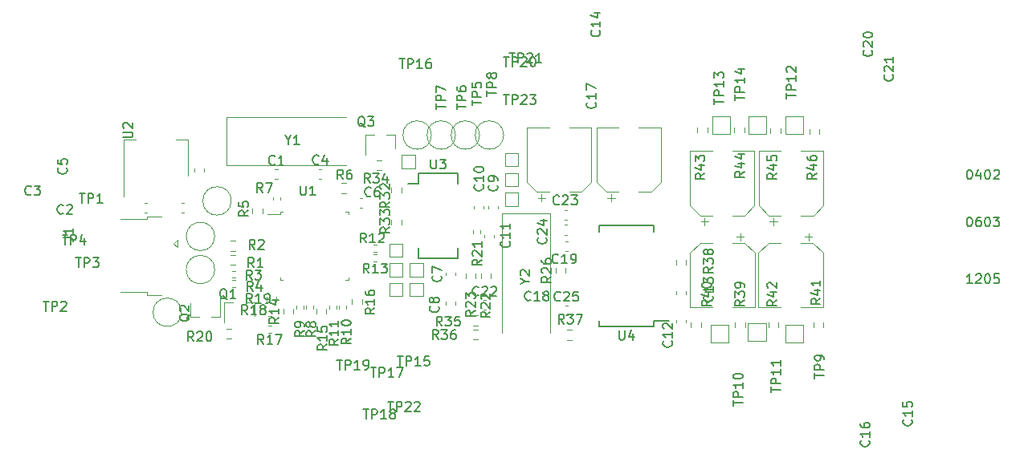
<source format=gbr>
%TF.GenerationSoftware,KiCad,Pcbnew,6.0.11-2627ca5db0~126~ubuntu20.04.1*%
%TF.CreationDate,2023-10-30T14:57:03+01:00*%
%TF.ProjectId,usb-interface,7573622d-696e-4746-9572-666163652e6b,rev?*%
%TF.SameCoordinates,Original*%
%TF.FileFunction,Legend,Top*%
%TF.FilePolarity,Positive*%
%FSLAX46Y46*%
G04 Gerber Fmt 4.6, Leading zero omitted, Abs format (unit mm)*
G04 Created by KiCad (PCBNEW 6.0.11-2627ca5db0~126~ubuntu20.04.1) date 2023-10-30 14:57:03*
%MOMM*%
%LPD*%
G01*
G04 APERTURE LIST*
%ADD10C,0.150000*%
%ADD11C,0.120000*%
G04 APERTURE END LIST*
D10*
X111523809Y-80952380D02*
X111619047Y-80952380D01*
X111714285Y-81000000D01*
X111761904Y-81047619D01*
X111809523Y-81142857D01*
X111857142Y-81333333D01*
X111857142Y-81571428D01*
X111809523Y-81761904D01*
X111761904Y-81857142D01*
X111714285Y-81904761D01*
X111619047Y-81952380D01*
X111523809Y-81952380D01*
X111428571Y-81904761D01*
X111380952Y-81857142D01*
X111333333Y-81761904D01*
X111285714Y-81571428D01*
X111285714Y-81333333D01*
X111333333Y-81142857D01*
X111380952Y-81047619D01*
X111428571Y-81000000D01*
X111523809Y-80952380D01*
X112714285Y-80952380D02*
X112523809Y-80952380D01*
X112428571Y-81000000D01*
X112380952Y-81047619D01*
X112285714Y-81190476D01*
X112238095Y-81380952D01*
X112238095Y-81761904D01*
X112285714Y-81857142D01*
X112333333Y-81904761D01*
X112428571Y-81952380D01*
X112619047Y-81952380D01*
X112714285Y-81904761D01*
X112761904Y-81857142D01*
X112809523Y-81761904D01*
X112809523Y-81523809D01*
X112761904Y-81428571D01*
X112714285Y-81380952D01*
X112619047Y-81333333D01*
X112428571Y-81333333D01*
X112333333Y-81380952D01*
X112285714Y-81428571D01*
X112238095Y-81523809D01*
X113428571Y-80952380D02*
X113523809Y-80952380D01*
X113619047Y-81000000D01*
X113666666Y-81047619D01*
X113714285Y-81142857D01*
X113761904Y-81333333D01*
X113761904Y-81571428D01*
X113714285Y-81761904D01*
X113666666Y-81857142D01*
X113619047Y-81904761D01*
X113523809Y-81952380D01*
X113428571Y-81952380D01*
X113333333Y-81904761D01*
X113285714Y-81857142D01*
X113238095Y-81761904D01*
X113190476Y-81571428D01*
X113190476Y-81333333D01*
X113238095Y-81142857D01*
X113285714Y-81047619D01*
X113333333Y-81000000D01*
X113428571Y-80952380D01*
X114095238Y-80952380D02*
X114714285Y-80952380D01*
X114380952Y-81333333D01*
X114523809Y-81333333D01*
X114619047Y-81380952D01*
X114666666Y-81428571D01*
X114714285Y-81523809D01*
X114714285Y-81761904D01*
X114666666Y-81857142D01*
X114619047Y-81904761D01*
X114523809Y-81952380D01*
X114238095Y-81952380D01*
X114142857Y-81904761D01*
X114095238Y-81857142D01*
X111857142Y-87952380D02*
X111285714Y-87952380D01*
X111571428Y-87952380D02*
X111571428Y-86952380D01*
X111476190Y-87095238D01*
X111380952Y-87190476D01*
X111285714Y-87238095D01*
X112238095Y-87047619D02*
X112285714Y-87000000D01*
X112380952Y-86952380D01*
X112619047Y-86952380D01*
X112714285Y-87000000D01*
X112761904Y-87047619D01*
X112809523Y-87142857D01*
X112809523Y-87238095D01*
X112761904Y-87380952D01*
X112190476Y-87952380D01*
X112809523Y-87952380D01*
X113428571Y-86952380D02*
X113523809Y-86952380D01*
X113619047Y-87000000D01*
X113666666Y-87047619D01*
X113714285Y-87142857D01*
X113761904Y-87333333D01*
X113761904Y-87571428D01*
X113714285Y-87761904D01*
X113666666Y-87857142D01*
X113619047Y-87904761D01*
X113523809Y-87952380D01*
X113428571Y-87952380D01*
X113333333Y-87904761D01*
X113285714Y-87857142D01*
X113238095Y-87761904D01*
X113190476Y-87571428D01*
X113190476Y-87333333D01*
X113238095Y-87142857D01*
X113285714Y-87047619D01*
X113333333Y-87000000D01*
X113428571Y-86952380D01*
X114666666Y-86952380D02*
X114190476Y-86952380D01*
X114142857Y-87428571D01*
X114190476Y-87380952D01*
X114285714Y-87333333D01*
X114523809Y-87333333D01*
X114619047Y-87380952D01*
X114666666Y-87428571D01*
X114714285Y-87523809D01*
X114714285Y-87761904D01*
X114666666Y-87857142D01*
X114619047Y-87904761D01*
X114523809Y-87952380D01*
X114285714Y-87952380D01*
X114190476Y-87904761D01*
X114142857Y-87857142D01*
X111523809Y-75952380D02*
X111619047Y-75952380D01*
X111714285Y-76000000D01*
X111761904Y-76047619D01*
X111809523Y-76142857D01*
X111857142Y-76333333D01*
X111857142Y-76571428D01*
X111809523Y-76761904D01*
X111761904Y-76857142D01*
X111714285Y-76904761D01*
X111619047Y-76952380D01*
X111523809Y-76952380D01*
X111428571Y-76904761D01*
X111380952Y-76857142D01*
X111333333Y-76761904D01*
X111285714Y-76571428D01*
X111285714Y-76333333D01*
X111333333Y-76142857D01*
X111380952Y-76047619D01*
X111428571Y-76000000D01*
X111523809Y-75952380D01*
X112714285Y-76285714D02*
X112714285Y-76952380D01*
X112476190Y-75904761D02*
X112238095Y-76619047D01*
X112857142Y-76619047D01*
X113428571Y-75952380D02*
X113523809Y-75952380D01*
X113619047Y-76000000D01*
X113666666Y-76047619D01*
X113714285Y-76142857D01*
X113761904Y-76333333D01*
X113761904Y-76571428D01*
X113714285Y-76761904D01*
X113666666Y-76857142D01*
X113619047Y-76904761D01*
X113523809Y-76952380D01*
X113428571Y-76952380D01*
X113333333Y-76904761D01*
X113285714Y-76857142D01*
X113238095Y-76761904D01*
X113190476Y-76571428D01*
X113190476Y-76333333D01*
X113238095Y-76142857D01*
X113285714Y-76047619D01*
X113333333Y-76000000D01*
X113428571Y-75952380D01*
X114142857Y-76047619D02*
X114190476Y-76000000D01*
X114285714Y-75952380D01*
X114523809Y-75952380D01*
X114619047Y-76000000D01*
X114666666Y-76047619D01*
X114714285Y-76142857D01*
X114714285Y-76238095D01*
X114666666Y-76380952D01*
X114095238Y-76952380D01*
X114714285Y-76952380D01*
%TO.C,C3*%
X12633333Y-78557142D02*
X12585714Y-78604761D01*
X12442857Y-78652380D01*
X12347619Y-78652380D01*
X12204761Y-78604761D01*
X12109523Y-78509523D01*
X12061904Y-78414285D01*
X12014285Y-78223809D01*
X12014285Y-78080952D01*
X12061904Y-77890476D01*
X12109523Y-77795238D01*
X12204761Y-77700000D01*
X12347619Y-77652380D01*
X12442857Y-77652380D01*
X12585714Y-77700000D01*
X12633333Y-77747619D01*
X12966666Y-77652380D02*
X13585714Y-77652380D01*
X13252380Y-78033333D01*
X13395238Y-78033333D01*
X13490476Y-78080952D01*
X13538095Y-78128571D01*
X13585714Y-78223809D01*
X13585714Y-78461904D01*
X13538095Y-78557142D01*
X13490476Y-78604761D01*
X13395238Y-78652380D01*
X13109523Y-78652380D01*
X13014285Y-78604761D01*
X12966666Y-78557142D01*
%TO.C,C6*%
X48458333Y-78707142D02*
X48410714Y-78754761D01*
X48267857Y-78802380D01*
X48172619Y-78802380D01*
X48029761Y-78754761D01*
X47934523Y-78659523D01*
X47886904Y-78564285D01*
X47839285Y-78373809D01*
X47839285Y-78230952D01*
X47886904Y-78040476D01*
X47934523Y-77945238D01*
X48029761Y-77850000D01*
X48172619Y-77802380D01*
X48267857Y-77802380D01*
X48410714Y-77850000D01*
X48458333Y-77897619D01*
X49315476Y-77802380D02*
X49125000Y-77802380D01*
X49029761Y-77850000D01*
X48982142Y-77897619D01*
X48886904Y-78040476D01*
X48839285Y-78230952D01*
X48839285Y-78611904D01*
X48886904Y-78707142D01*
X48934523Y-78754761D01*
X49029761Y-78802380D01*
X49220238Y-78802380D01*
X49315476Y-78754761D01*
X49363095Y-78707142D01*
X49410714Y-78611904D01*
X49410714Y-78373809D01*
X49363095Y-78278571D01*
X49315476Y-78230952D01*
X49220238Y-78183333D01*
X49029761Y-78183333D01*
X48934523Y-78230952D01*
X48886904Y-78278571D01*
X48839285Y-78373809D01*
%TO.C,C7*%
X55827142Y-87141666D02*
X55874761Y-87189285D01*
X55922380Y-87332142D01*
X55922380Y-87427380D01*
X55874761Y-87570238D01*
X55779523Y-87665476D01*
X55684285Y-87713095D01*
X55493809Y-87760714D01*
X55350952Y-87760714D01*
X55160476Y-87713095D01*
X55065238Y-87665476D01*
X54970000Y-87570238D01*
X54922380Y-87427380D01*
X54922380Y-87332142D01*
X54970000Y-87189285D01*
X55017619Y-87141666D01*
X54922380Y-86808333D02*
X54922380Y-86141666D01*
X55922380Y-86570238D01*
%TO.C,C8*%
X55557142Y-90366666D02*
X55604761Y-90414285D01*
X55652380Y-90557142D01*
X55652380Y-90652380D01*
X55604761Y-90795238D01*
X55509523Y-90890476D01*
X55414285Y-90938095D01*
X55223809Y-90985714D01*
X55080952Y-90985714D01*
X54890476Y-90938095D01*
X54795238Y-90890476D01*
X54700000Y-90795238D01*
X54652380Y-90652380D01*
X54652380Y-90557142D01*
X54700000Y-90414285D01*
X54747619Y-90366666D01*
X55080952Y-89795238D02*
X55033333Y-89890476D01*
X54985714Y-89938095D01*
X54890476Y-89985714D01*
X54842857Y-89985714D01*
X54747619Y-89938095D01*
X54700000Y-89890476D01*
X54652380Y-89795238D01*
X54652380Y-89604761D01*
X54700000Y-89509523D01*
X54747619Y-89461904D01*
X54842857Y-89414285D01*
X54890476Y-89414285D01*
X54985714Y-89461904D01*
X55033333Y-89509523D01*
X55080952Y-89604761D01*
X55080952Y-89795238D01*
X55128571Y-89890476D01*
X55176190Y-89938095D01*
X55271428Y-89985714D01*
X55461904Y-89985714D01*
X55557142Y-89938095D01*
X55604761Y-89890476D01*
X55652380Y-89795238D01*
X55652380Y-89604761D01*
X55604761Y-89509523D01*
X55557142Y-89461904D01*
X55461904Y-89414285D01*
X55271428Y-89414285D01*
X55176190Y-89461904D01*
X55128571Y-89509523D01*
X55080952Y-89604761D01*
%TO.C,C9*%
X61757142Y-77566666D02*
X61804761Y-77614285D01*
X61852380Y-77757142D01*
X61852380Y-77852380D01*
X61804761Y-77995238D01*
X61709523Y-78090476D01*
X61614285Y-78138095D01*
X61423809Y-78185714D01*
X61280952Y-78185714D01*
X61090476Y-78138095D01*
X60995238Y-78090476D01*
X60900000Y-77995238D01*
X60852380Y-77852380D01*
X60852380Y-77757142D01*
X60900000Y-77614285D01*
X60947619Y-77566666D01*
X61852380Y-77090476D02*
X61852380Y-76900000D01*
X61804761Y-76804761D01*
X61757142Y-76757142D01*
X61614285Y-76661904D01*
X61423809Y-76614285D01*
X61042857Y-76614285D01*
X60947619Y-76661904D01*
X60900000Y-76709523D01*
X60852380Y-76804761D01*
X60852380Y-76995238D01*
X60900000Y-77090476D01*
X60947619Y-77138095D01*
X61042857Y-77185714D01*
X61280952Y-77185714D01*
X61376190Y-77138095D01*
X61423809Y-77090476D01*
X61471428Y-76995238D01*
X61471428Y-76804761D01*
X61423809Y-76709523D01*
X61376190Y-76661904D01*
X61280952Y-76614285D01*
%TO.C,C10*%
X60257142Y-77542857D02*
X60304761Y-77590476D01*
X60352380Y-77733333D01*
X60352380Y-77828571D01*
X60304761Y-77971428D01*
X60209523Y-78066666D01*
X60114285Y-78114285D01*
X59923809Y-78161904D01*
X59780952Y-78161904D01*
X59590476Y-78114285D01*
X59495238Y-78066666D01*
X59400000Y-77971428D01*
X59352380Y-77828571D01*
X59352380Y-77733333D01*
X59400000Y-77590476D01*
X59447619Y-77542857D01*
X60352380Y-76590476D02*
X60352380Y-77161904D01*
X60352380Y-76876190D02*
X59352380Y-76876190D01*
X59495238Y-76971428D01*
X59590476Y-77066666D01*
X59638095Y-77161904D01*
X59352380Y-75971428D02*
X59352380Y-75876190D01*
X59400000Y-75780952D01*
X59447619Y-75733333D01*
X59542857Y-75685714D01*
X59733333Y-75638095D01*
X59971428Y-75638095D01*
X60161904Y-75685714D01*
X60257142Y-75733333D01*
X60304761Y-75780952D01*
X60352380Y-75876190D01*
X60352380Y-75971428D01*
X60304761Y-76066666D01*
X60257142Y-76114285D01*
X60161904Y-76161904D01*
X59971428Y-76209523D01*
X59733333Y-76209523D01*
X59542857Y-76161904D01*
X59447619Y-76114285D01*
X59400000Y-76066666D01*
X59352380Y-75971428D01*
%TO.C,C11*%
X63057142Y-83542857D02*
X63104761Y-83590476D01*
X63152380Y-83733333D01*
X63152380Y-83828571D01*
X63104761Y-83971428D01*
X63009523Y-84066666D01*
X62914285Y-84114285D01*
X62723809Y-84161904D01*
X62580952Y-84161904D01*
X62390476Y-84114285D01*
X62295238Y-84066666D01*
X62200000Y-83971428D01*
X62152380Y-83828571D01*
X62152380Y-83733333D01*
X62200000Y-83590476D01*
X62247619Y-83542857D01*
X63152380Y-82590476D02*
X63152380Y-83161904D01*
X63152380Y-82876190D02*
X62152380Y-82876190D01*
X62295238Y-82971428D01*
X62390476Y-83066666D01*
X62438095Y-83161904D01*
X63152380Y-81638095D02*
X63152380Y-82209523D01*
X63152380Y-81923809D02*
X62152380Y-81923809D01*
X62295238Y-82019047D01*
X62390476Y-82114285D01*
X62438095Y-82209523D01*
%TO.C,C12*%
X80157142Y-94048570D02*
X80204761Y-94096189D01*
X80252380Y-94239046D01*
X80252380Y-94334284D01*
X80204761Y-94477141D01*
X80109523Y-94572379D01*
X80014285Y-94619998D01*
X79823809Y-94667617D01*
X79680952Y-94667617D01*
X79490476Y-94619998D01*
X79395238Y-94572379D01*
X79300000Y-94477141D01*
X79252380Y-94334284D01*
X79252380Y-94239046D01*
X79300000Y-94096189D01*
X79347619Y-94048570D01*
X80252380Y-93096189D02*
X80252380Y-93667617D01*
X80252380Y-93381903D02*
X79252380Y-93381903D01*
X79395238Y-93477141D01*
X79490476Y-93572379D01*
X79538095Y-93667617D01*
X79347619Y-92715236D02*
X79300000Y-92667617D01*
X79252380Y-92572379D01*
X79252380Y-92334284D01*
X79300000Y-92239046D01*
X79347619Y-92191427D01*
X79442857Y-92143808D01*
X79538095Y-92143808D01*
X79680952Y-92191427D01*
X80252380Y-92762855D01*
X80252380Y-92143808D01*
%TO.C,C13*%
X84457142Y-89248570D02*
X84504761Y-89296189D01*
X84552380Y-89439046D01*
X84552380Y-89534284D01*
X84504761Y-89677141D01*
X84409523Y-89772379D01*
X84314285Y-89819998D01*
X84123809Y-89867617D01*
X83980952Y-89867617D01*
X83790476Y-89819998D01*
X83695238Y-89772379D01*
X83600000Y-89677141D01*
X83552380Y-89534284D01*
X83552380Y-89439046D01*
X83600000Y-89296189D01*
X83647619Y-89248570D01*
X84552380Y-88296189D02*
X84552380Y-88867617D01*
X84552380Y-88581903D02*
X83552380Y-88581903D01*
X83695238Y-88677141D01*
X83790476Y-88772379D01*
X83838095Y-88867617D01*
X83552380Y-87962855D02*
X83552380Y-87343808D01*
X83933333Y-87677141D01*
X83933333Y-87534284D01*
X83980952Y-87439046D01*
X84028571Y-87391427D01*
X84123809Y-87343808D01*
X84361904Y-87343808D01*
X84457142Y-87391427D01*
X84504761Y-87439046D01*
X84552380Y-87534284D01*
X84552380Y-87819998D01*
X84504761Y-87915236D01*
X84457142Y-87962855D01*
%TO.C,C14*%
X72557142Y-61242857D02*
X72604761Y-61290476D01*
X72652380Y-61433333D01*
X72652380Y-61528571D01*
X72604761Y-61671428D01*
X72509523Y-61766666D01*
X72414285Y-61814285D01*
X72223809Y-61861904D01*
X72080952Y-61861904D01*
X71890476Y-61814285D01*
X71795238Y-61766666D01*
X71700000Y-61671428D01*
X71652380Y-61528571D01*
X71652380Y-61433333D01*
X71700000Y-61290476D01*
X71747619Y-61242857D01*
X72652380Y-60290476D02*
X72652380Y-60861904D01*
X72652380Y-60576190D02*
X71652380Y-60576190D01*
X71795238Y-60671428D01*
X71890476Y-60766666D01*
X71938095Y-60861904D01*
X71985714Y-59433333D02*
X72652380Y-59433333D01*
X71604761Y-59671428D02*
X72319047Y-59909523D01*
X72319047Y-59290476D01*
%TO.C,C15*%
X105457142Y-102342857D02*
X105504761Y-102390476D01*
X105552380Y-102533333D01*
X105552380Y-102628571D01*
X105504761Y-102771428D01*
X105409523Y-102866666D01*
X105314285Y-102914285D01*
X105123809Y-102961904D01*
X104980952Y-102961904D01*
X104790476Y-102914285D01*
X104695238Y-102866666D01*
X104600000Y-102771428D01*
X104552380Y-102628571D01*
X104552380Y-102533333D01*
X104600000Y-102390476D01*
X104647619Y-102342857D01*
X105552380Y-101390476D02*
X105552380Y-101961904D01*
X105552380Y-101676190D02*
X104552380Y-101676190D01*
X104695238Y-101771428D01*
X104790476Y-101866666D01*
X104838095Y-101961904D01*
X104552380Y-100485714D02*
X104552380Y-100961904D01*
X105028571Y-101009523D01*
X104980952Y-100961904D01*
X104933333Y-100866666D01*
X104933333Y-100628571D01*
X104980952Y-100533333D01*
X105028571Y-100485714D01*
X105123809Y-100438095D01*
X105361904Y-100438095D01*
X105457142Y-100485714D01*
X105504761Y-100533333D01*
X105552380Y-100628571D01*
X105552380Y-100866666D01*
X105504761Y-100961904D01*
X105457142Y-101009523D01*
%TO.C,C16*%
X100957142Y-104542857D02*
X101004761Y-104590476D01*
X101052380Y-104733333D01*
X101052380Y-104828571D01*
X101004761Y-104971428D01*
X100909523Y-105066666D01*
X100814285Y-105114285D01*
X100623809Y-105161904D01*
X100480952Y-105161904D01*
X100290476Y-105114285D01*
X100195238Y-105066666D01*
X100100000Y-104971428D01*
X100052380Y-104828571D01*
X100052380Y-104733333D01*
X100100000Y-104590476D01*
X100147619Y-104542857D01*
X101052380Y-103590476D02*
X101052380Y-104161904D01*
X101052380Y-103876190D02*
X100052380Y-103876190D01*
X100195238Y-103971428D01*
X100290476Y-104066666D01*
X100338095Y-104161904D01*
X100052380Y-102733333D02*
X100052380Y-102923809D01*
X100100000Y-103019047D01*
X100147619Y-103066666D01*
X100290476Y-103161904D01*
X100480952Y-103209523D01*
X100861904Y-103209523D01*
X100957142Y-103161904D01*
X101004761Y-103114285D01*
X101052380Y-103019047D01*
X101052380Y-102828571D01*
X101004761Y-102733333D01*
X100957142Y-102685714D01*
X100861904Y-102638095D01*
X100623809Y-102638095D01*
X100528571Y-102685714D01*
X100480952Y-102733333D01*
X100433333Y-102828571D01*
X100433333Y-103019047D01*
X100480952Y-103114285D01*
X100528571Y-103161904D01*
X100623809Y-103209523D01*
%TO.C,C17*%
X72107142Y-68842857D02*
X72154761Y-68890476D01*
X72202380Y-69033333D01*
X72202380Y-69128571D01*
X72154761Y-69271428D01*
X72059523Y-69366666D01*
X71964285Y-69414285D01*
X71773809Y-69461904D01*
X71630952Y-69461904D01*
X71440476Y-69414285D01*
X71345238Y-69366666D01*
X71250000Y-69271428D01*
X71202380Y-69128571D01*
X71202380Y-69033333D01*
X71250000Y-68890476D01*
X71297619Y-68842857D01*
X72202380Y-67890476D02*
X72202380Y-68461904D01*
X72202380Y-68176190D02*
X71202380Y-68176190D01*
X71345238Y-68271428D01*
X71440476Y-68366666D01*
X71488095Y-68461904D01*
X71202380Y-67557142D02*
X71202380Y-66890476D01*
X72202380Y-67319047D01*
%TO.C,C18*%
X65307142Y-89682142D02*
X65259523Y-89729761D01*
X65116666Y-89777380D01*
X65021428Y-89777380D01*
X64878571Y-89729761D01*
X64783333Y-89634523D01*
X64735714Y-89539285D01*
X64688095Y-89348809D01*
X64688095Y-89205952D01*
X64735714Y-89015476D01*
X64783333Y-88920238D01*
X64878571Y-88825000D01*
X65021428Y-88777380D01*
X65116666Y-88777380D01*
X65259523Y-88825000D01*
X65307142Y-88872619D01*
X66259523Y-89777380D02*
X65688095Y-89777380D01*
X65973809Y-89777380D02*
X65973809Y-88777380D01*
X65878571Y-88920238D01*
X65783333Y-89015476D01*
X65688095Y-89063095D01*
X66830952Y-89205952D02*
X66735714Y-89158333D01*
X66688095Y-89110714D01*
X66640476Y-89015476D01*
X66640476Y-88967857D01*
X66688095Y-88872619D01*
X66735714Y-88825000D01*
X66830952Y-88777380D01*
X67021428Y-88777380D01*
X67116666Y-88825000D01*
X67164285Y-88872619D01*
X67211904Y-88967857D01*
X67211904Y-89015476D01*
X67164285Y-89110714D01*
X67116666Y-89158333D01*
X67021428Y-89205952D01*
X66830952Y-89205952D01*
X66735714Y-89253571D01*
X66688095Y-89301190D01*
X66640476Y-89396428D01*
X66640476Y-89586904D01*
X66688095Y-89682142D01*
X66735714Y-89729761D01*
X66830952Y-89777380D01*
X67021428Y-89777380D01*
X67116666Y-89729761D01*
X67164285Y-89682142D01*
X67211904Y-89586904D01*
X67211904Y-89396428D01*
X67164285Y-89301190D01*
X67116666Y-89253571D01*
X67021428Y-89205952D01*
%TO.C,C19*%
X68207142Y-85757142D02*
X68159523Y-85804761D01*
X68016666Y-85852380D01*
X67921428Y-85852380D01*
X67778571Y-85804761D01*
X67683333Y-85709523D01*
X67635714Y-85614285D01*
X67588095Y-85423809D01*
X67588095Y-85280952D01*
X67635714Y-85090476D01*
X67683333Y-84995238D01*
X67778571Y-84900000D01*
X67921428Y-84852380D01*
X68016666Y-84852380D01*
X68159523Y-84900000D01*
X68207142Y-84947619D01*
X69159523Y-85852380D02*
X68588095Y-85852380D01*
X68873809Y-85852380D02*
X68873809Y-84852380D01*
X68778571Y-84995238D01*
X68683333Y-85090476D01*
X68588095Y-85138095D01*
X69635714Y-85852380D02*
X69826190Y-85852380D01*
X69921428Y-85804761D01*
X69969047Y-85757142D01*
X70064285Y-85614285D01*
X70111904Y-85423809D01*
X70111904Y-85042857D01*
X70064285Y-84947619D01*
X70016666Y-84900000D01*
X69921428Y-84852380D01*
X69730952Y-84852380D01*
X69635714Y-84900000D01*
X69588095Y-84947619D01*
X69540476Y-85042857D01*
X69540476Y-85280952D01*
X69588095Y-85376190D01*
X69635714Y-85423809D01*
X69730952Y-85471428D01*
X69921428Y-85471428D01*
X70016666Y-85423809D01*
X70064285Y-85376190D01*
X70111904Y-85280952D01*
%TO.C,C20*%
X101257142Y-63342857D02*
X101304761Y-63390476D01*
X101352380Y-63533333D01*
X101352380Y-63628571D01*
X101304761Y-63771428D01*
X101209523Y-63866666D01*
X101114285Y-63914285D01*
X100923809Y-63961904D01*
X100780952Y-63961904D01*
X100590476Y-63914285D01*
X100495238Y-63866666D01*
X100400000Y-63771428D01*
X100352380Y-63628571D01*
X100352380Y-63533333D01*
X100400000Y-63390476D01*
X100447619Y-63342857D01*
X100447619Y-62961904D02*
X100400000Y-62914285D01*
X100352380Y-62819047D01*
X100352380Y-62580952D01*
X100400000Y-62485714D01*
X100447619Y-62438095D01*
X100542857Y-62390476D01*
X100638095Y-62390476D01*
X100780952Y-62438095D01*
X101352380Y-63009523D01*
X101352380Y-62390476D01*
X100352380Y-61771428D02*
X100352380Y-61676190D01*
X100400000Y-61580952D01*
X100447619Y-61533333D01*
X100542857Y-61485714D01*
X100733333Y-61438095D01*
X100971428Y-61438095D01*
X101161904Y-61485714D01*
X101257142Y-61533333D01*
X101304761Y-61580952D01*
X101352380Y-61676190D01*
X101352380Y-61771428D01*
X101304761Y-61866666D01*
X101257142Y-61914285D01*
X101161904Y-61961904D01*
X100971428Y-62009523D01*
X100733333Y-62009523D01*
X100542857Y-61961904D01*
X100447619Y-61914285D01*
X100400000Y-61866666D01*
X100352380Y-61771428D01*
%TO.C,C21*%
X103457142Y-65942857D02*
X103504761Y-65990476D01*
X103552380Y-66133333D01*
X103552380Y-66228571D01*
X103504761Y-66371428D01*
X103409523Y-66466666D01*
X103314285Y-66514285D01*
X103123809Y-66561904D01*
X102980952Y-66561904D01*
X102790476Y-66514285D01*
X102695238Y-66466666D01*
X102600000Y-66371428D01*
X102552380Y-66228571D01*
X102552380Y-66133333D01*
X102600000Y-65990476D01*
X102647619Y-65942857D01*
X102647619Y-65561904D02*
X102600000Y-65514285D01*
X102552380Y-65419047D01*
X102552380Y-65180952D01*
X102600000Y-65085714D01*
X102647619Y-65038095D01*
X102742857Y-64990476D01*
X102838095Y-64990476D01*
X102980952Y-65038095D01*
X103552380Y-65609523D01*
X103552380Y-64990476D01*
X103552380Y-64038095D02*
X103552380Y-64609523D01*
X103552380Y-64323809D02*
X102552380Y-64323809D01*
X102695238Y-64419047D01*
X102790476Y-64514285D01*
X102838095Y-64609523D01*
%TO.C,C22*%
X59807142Y-89177142D02*
X59759523Y-89224761D01*
X59616666Y-89272380D01*
X59521428Y-89272380D01*
X59378571Y-89224761D01*
X59283333Y-89129523D01*
X59235714Y-89034285D01*
X59188095Y-88843809D01*
X59188095Y-88700952D01*
X59235714Y-88510476D01*
X59283333Y-88415238D01*
X59378571Y-88320000D01*
X59521428Y-88272380D01*
X59616666Y-88272380D01*
X59759523Y-88320000D01*
X59807142Y-88367619D01*
X60188095Y-88367619D02*
X60235714Y-88320000D01*
X60330952Y-88272380D01*
X60569047Y-88272380D01*
X60664285Y-88320000D01*
X60711904Y-88367619D01*
X60759523Y-88462857D01*
X60759523Y-88558095D01*
X60711904Y-88700952D01*
X60140476Y-89272380D01*
X60759523Y-89272380D01*
X61140476Y-88367619D02*
X61188095Y-88320000D01*
X61283333Y-88272380D01*
X61521428Y-88272380D01*
X61616666Y-88320000D01*
X61664285Y-88367619D01*
X61711904Y-88462857D01*
X61711904Y-88558095D01*
X61664285Y-88700952D01*
X61092857Y-89272380D01*
X61711904Y-89272380D01*
%TO.C,C23*%
X68307142Y-79557142D02*
X68259523Y-79604761D01*
X68116666Y-79652380D01*
X68021428Y-79652380D01*
X67878571Y-79604761D01*
X67783333Y-79509523D01*
X67735714Y-79414285D01*
X67688095Y-79223809D01*
X67688095Y-79080952D01*
X67735714Y-78890476D01*
X67783333Y-78795238D01*
X67878571Y-78700000D01*
X68021428Y-78652380D01*
X68116666Y-78652380D01*
X68259523Y-78700000D01*
X68307142Y-78747619D01*
X68688095Y-78747619D02*
X68735714Y-78700000D01*
X68830952Y-78652380D01*
X69069047Y-78652380D01*
X69164285Y-78700000D01*
X69211904Y-78747619D01*
X69259523Y-78842857D01*
X69259523Y-78938095D01*
X69211904Y-79080952D01*
X68640476Y-79652380D01*
X69259523Y-79652380D01*
X69592857Y-78652380D02*
X70211904Y-78652380D01*
X69878571Y-79033333D01*
X70021428Y-79033333D01*
X70116666Y-79080952D01*
X70164285Y-79128571D01*
X70211904Y-79223809D01*
X70211904Y-79461904D01*
X70164285Y-79557142D01*
X70116666Y-79604761D01*
X70021428Y-79652380D01*
X69735714Y-79652380D01*
X69640476Y-79604761D01*
X69592857Y-79557142D01*
%TO.C,C24*%
X66932142Y-83142857D02*
X66979761Y-83190476D01*
X67027380Y-83333333D01*
X67027380Y-83428571D01*
X66979761Y-83571428D01*
X66884523Y-83666666D01*
X66789285Y-83714285D01*
X66598809Y-83761904D01*
X66455952Y-83761904D01*
X66265476Y-83714285D01*
X66170238Y-83666666D01*
X66075000Y-83571428D01*
X66027380Y-83428571D01*
X66027380Y-83333333D01*
X66075000Y-83190476D01*
X66122619Y-83142857D01*
X66122619Y-82761904D02*
X66075000Y-82714285D01*
X66027380Y-82619047D01*
X66027380Y-82380952D01*
X66075000Y-82285714D01*
X66122619Y-82238095D01*
X66217857Y-82190476D01*
X66313095Y-82190476D01*
X66455952Y-82238095D01*
X67027380Y-82809523D01*
X67027380Y-82190476D01*
X66360714Y-81333333D02*
X67027380Y-81333333D01*
X65979761Y-81571428D02*
X66694047Y-81809523D01*
X66694047Y-81190476D01*
%TO.C,R1*%
X36133333Y-86252380D02*
X35800000Y-85776190D01*
X35561904Y-86252380D02*
X35561904Y-85252380D01*
X35942857Y-85252380D01*
X36038095Y-85300000D01*
X36085714Y-85347619D01*
X36133333Y-85442857D01*
X36133333Y-85585714D01*
X36085714Y-85680952D01*
X36038095Y-85728571D01*
X35942857Y-85776190D01*
X35561904Y-85776190D01*
X37085714Y-86252380D02*
X36514285Y-86252380D01*
X36800000Y-86252380D02*
X36800000Y-85252380D01*
X36704761Y-85395238D01*
X36609523Y-85490476D01*
X36514285Y-85538095D01*
%TO.C,R2*%
X36233333Y-84352380D02*
X35900000Y-83876190D01*
X35661904Y-84352380D02*
X35661904Y-83352380D01*
X36042857Y-83352380D01*
X36138095Y-83400000D01*
X36185714Y-83447619D01*
X36233333Y-83542857D01*
X36233333Y-83685714D01*
X36185714Y-83780952D01*
X36138095Y-83828571D01*
X36042857Y-83876190D01*
X35661904Y-83876190D01*
X36614285Y-83447619D02*
X36661904Y-83400000D01*
X36757142Y-83352380D01*
X36995238Y-83352380D01*
X37090476Y-83400000D01*
X37138095Y-83447619D01*
X37185714Y-83542857D01*
X37185714Y-83638095D01*
X37138095Y-83780952D01*
X36566666Y-84352380D01*
X37185714Y-84352380D01*
%TO.C,R3*%
X35933333Y-87552380D02*
X35600000Y-87076190D01*
X35361904Y-87552380D02*
X35361904Y-86552380D01*
X35742857Y-86552380D01*
X35838095Y-86600000D01*
X35885714Y-86647619D01*
X35933333Y-86742857D01*
X35933333Y-86885714D01*
X35885714Y-86980952D01*
X35838095Y-87028571D01*
X35742857Y-87076190D01*
X35361904Y-87076190D01*
X36266666Y-86552380D02*
X36885714Y-86552380D01*
X36552380Y-86933333D01*
X36695238Y-86933333D01*
X36790476Y-86980952D01*
X36838095Y-87028571D01*
X36885714Y-87123809D01*
X36885714Y-87361904D01*
X36838095Y-87457142D01*
X36790476Y-87504761D01*
X36695238Y-87552380D01*
X36409523Y-87552380D01*
X36314285Y-87504761D01*
X36266666Y-87457142D01*
%TO.C,R4*%
X36033333Y-88752380D02*
X35700000Y-88276190D01*
X35461904Y-88752380D02*
X35461904Y-87752380D01*
X35842857Y-87752380D01*
X35938095Y-87800000D01*
X35985714Y-87847619D01*
X36033333Y-87942857D01*
X36033333Y-88085714D01*
X35985714Y-88180952D01*
X35938095Y-88228571D01*
X35842857Y-88276190D01*
X35461904Y-88276190D01*
X36890476Y-88085714D02*
X36890476Y-88752380D01*
X36652380Y-87704761D02*
X36414285Y-88419047D01*
X37033333Y-88419047D01*
%TO.C,R5*%
X35552380Y-80266666D02*
X35076190Y-80600000D01*
X35552380Y-80838095D02*
X34552380Y-80838095D01*
X34552380Y-80457142D01*
X34600000Y-80361904D01*
X34647619Y-80314285D01*
X34742857Y-80266666D01*
X34885714Y-80266666D01*
X34980952Y-80314285D01*
X35028571Y-80361904D01*
X35076190Y-80457142D01*
X35076190Y-80838095D01*
X34552380Y-79361904D02*
X34552380Y-79838095D01*
X35028571Y-79885714D01*
X34980952Y-79838095D01*
X34933333Y-79742857D01*
X34933333Y-79504761D01*
X34980952Y-79409523D01*
X35028571Y-79361904D01*
X35123809Y-79314285D01*
X35361904Y-79314285D01*
X35457142Y-79361904D01*
X35504761Y-79409523D01*
X35552380Y-79504761D01*
X35552380Y-79742857D01*
X35504761Y-79838095D01*
X35457142Y-79885714D01*
%TO.C,R6*%
X45533333Y-76952380D02*
X45200000Y-76476190D01*
X44961904Y-76952380D02*
X44961904Y-75952380D01*
X45342857Y-75952380D01*
X45438095Y-76000000D01*
X45485714Y-76047619D01*
X45533333Y-76142857D01*
X45533333Y-76285714D01*
X45485714Y-76380952D01*
X45438095Y-76428571D01*
X45342857Y-76476190D01*
X44961904Y-76476190D01*
X46390476Y-75952380D02*
X46200000Y-75952380D01*
X46104761Y-76000000D01*
X46057142Y-76047619D01*
X45961904Y-76190476D01*
X45914285Y-76380952D01*
X45914285Y-76761904D01*
X45961904Y-76857142D01*
X46009523Y-76904761D01*
X46104761Y-76952380D01*
X46295238Y-76952380D01*
X46390476Y-76904761D01*
X46438095Y-76857142D01*
X46485714Y-76761904D01*
X46485714Y-76523809D01*
X46438095Y-76428571D01*
X46390476Y-76380952D01*
X46295238Y-76333333D01*
X46104761Y-76333333D01*
X46009523Y-76380952D01*
X45961904Y-76428571D01*
X45914285Y-76523809D01*
%TO.C,R7*%
X37033333Y-78352380D02*
X36700000Y-77876190D01*
X36461904Y-78352380D02*
X36461904Y-77352380D01*
X36842857Y-77352380D01*
X36938095Y-77400000D01*
X36985714Y-77447619D01*
X37033333Y-77542857D01*
X37033333Y-77685714D01*
X36985714Y-77780952D01*
X36938095Y-77828571D01*
X36842857Y-77876190D01*
X36461904Y-77876190D01*
X37366666Y-77352380D02*
X38033333Y-77352380D01*
X37604761Y-78352380D01*
%TO.C,R8*%
X42652380Y-92966666D02*
X42176190Y-93300000D01*
X42652380Y-93538095D02*
X41652380Y-93538095D01*
X41652380Y-93157142D01*
X41700000Y-93061904D01*
X41747619Y-93014285D01*
X41842857Y-92966666D01*
X41985714Y-92966666D01*
X42080952Y-93014285D01*
X42128571Y-93061904D01*
X42176190Y-93157142D01*
X42176190Y-93538095D01*
X42080952Y-92395238D02*
X42033333Y-92490476D01*
X41985714Y-92538095D01*
X41890476Y-92585714D01*
X41842857Y-92585714D01*
X41747619Y-92538095D01*
X41700000Y-92490476D01*
X41652380Y-92395238D01*
X41652380Y-92204761D01*
X41700000Y-92109523D01*
X41747619Y-92061904D01*
X41842857Y-92014285D01*
X41890476Y-92014285D01*
X41985714Y-92061904D01*
X42033333Y-92109523D01*
X42080952Y-92204761D01*
X42080952Y-92395238D01*
X42128571Y-92490476D01*
X42176190Y-92538095D01*
X42271428Y-92585714D01*
X42461904Y-92585714D01*
X42557142Y-92538095D01*
X42604761Y-92490476D01*
X42652380Y-92395238D01*
X42652380Y-92204761D01*
X42604761Y-92109523D01*
X42557142Y-92061904D01*
X42461904Y-92014285D01*
X42271428Y-92014285D01*
X42176190Y-92061904D01*
X42128571Y-92109523D01*
X42080952Y-92204761D01*
%TO.C,R9*%
X41452380Y-92966666D02*
X40976190Y-93300000D01*
X41452380Y-93538095D02*
X40452380Y-93538095D01*
X40452380Y-93157142D01*
X40500000Y-93061904D01*
X40547619Y-93014285D01*
X40642857Y-92966666D01*
X40785714Y-92966666D01*
X40880952Y-93014285D01*
X40928571Y-93061904D01*
X40976190Y-93157142D01*
X40976190Y-93538095D01*
X41452380Y-92490476D02*
X41452380Y-92300000D01*
X41404761Y-92204761D01*
X41357142Y-92157142D01*
X41214285Y-92061904D01*
X41023809Y-92014285D01*
X40642857Y-92014285D01*
X40547619Y-92061904D01*
X40500000Y-92109523D01*
X40452380Y-92204761D01*
X40452380Y-92395238D01*
X40500000Y-92490476D01*
X40547619Y-92538095D01*
X40642857Y-92585714D01*
X40880952Y-92585714D01*
X40976190Y-92538095D01*
X41023809Y-92490476D01*
X41071428Y-92395238D01*
X41071428Y-92204761D01*
X41023809Y-92109523D01*
X40976190Y-92061904D01*
X40880952Y-92014285D01*
%TO.C,R10*%
X46352380Y-93742857D02*
X45876190Y-94076190D01*
X46352380Y-94314285D02*
X45352380Y-94314285D01*
X45352380Y-93933333D01*
X45400000Y-93838095D01*
X45447619Y-93790476D01*
X45542857Y-93742857D01*
X45685714Y-93742857D01*
X45780952Y-93790476D01*
X45828571Y-93838095D01*
X45876190Y-93933333D01*
X45876190Y-94314285D01*
X46352380Y-92790476D02*
X46352380Y-93361904D01*
X46352380Y-93076190D02*
X45352380Y-93076190D01*
X45495238Y-93171428D01*
X45590476Y-93266666D01*
X45638095Y-93361904D01*
X45352380Y-92171428D02*
X45352380Y-92076190D01*
X45400000Y-91980952D01*
X45447619Y-91933333D01*
X45542857Y-91885714D01*
X45733333Y-91838095D01*
X45971428Y-91838095D01*
X46161904Y-91885714D01*
X46257142Y-91933333D01*
X46304761Y-91980952D01*
X46352380Y-92076190D01*
X46352380Y-92171428D01*
X46304761Y-92266666D01*
X46257142Y-92314285D01*
X46161904Y-92361904D01*
X45971428Y-92409523D01*
X45733333Y-92409523D01*
X45542857Y-92361904D01*
X45447619Y-92314285D01*
X45400000Y-92266666D01*
X45352380Y-92171428D01*
%TO.C,R11*%
X45052380Y-93842857D02*
X44576190Y-94176190D01*
X45052380Y-94414285D02*
X44052380Y-94414285D01*
X44052380Y-94033333D01*
X44100000Y-93938095D01*
X44147619Y-93890476D01*
X44242857Y-93842857D01*
X44385714Y-93842857D01*
X44480952Y-93890476D01*
X44528571Y-93938095D01*
X44576190Y-94033333D01*
X44576190Y-94414285D01*
X45052380Y-92890476D02*
X45052380Y-93461904D01*
X45052380Y-93176190D02*
X44052380Y-93176190D01*
X44195238Y-93271428D01*
X44290476Y-93366666D01*
X44338095Y-93461904D01*
X45052380Y-91938095D02*
X45052380Y-92509523D01*
X45052380Y-92223809D02*
X44052380Y-92223809D01*
X44195238Y-92319047D01*
X44290476Y-92414285D01*
X44338095Y-92509523D01*
%TO.C,R12*%
X47957142Y-83652380D02*
X47623809Y-83176190D01*
X47385714Y-83652380D02*
X47385714Y-82652380D01*
X47766666Y-82652380D01*
X47861904Y-82700000D01*
X47909523Y-82747619D01*
X47957142Y-82842857D01*
X47957142Y-82985714D01*
X47909523Y-83080952D01*
X47861904Y-83128571D01*
X47766666Y-83176190D01*
X47385714Y-83176190D01*
X48909523Y-83652380D02*
X48338095Y-83652380D01*
X48623809Y-83652380D02*
X48623809Y-82652380D01*
X48528571Y-82795238D01*
X48433333Y-82890476D01*
X48338095Y-82938095D01*
X49290476Y-82747619D02*
X49338095Y-82700000D01*
X49433333Y-82652380D01*
X49671428Y-82652380D01*
X49766666Y-82700000D01*
X49814285Y-82747619D01*
X49861904Y-82842857D01*
X49861904Y-82938095D01*
X49814285Y-83080952D01*
X49242857Y-83652380D01*
X49861904Y-83652380D01*
%TO.C,R13*%
X48259642Y-86872380D02*
X47926309Y-86396190D01*
X47688214Y-86872380D02*
X47688214Y-85872380D01*
X48069166Y-85872380D01*
X48164404Y-85920000D01*
X48212023Y-85967619D01*
X48259642Y-86062857D01*
X48259642Y-86205714D01*
X48212023Y-86300952D01*
X48164404Y-86348571D01*
X48069166Y-86396190D01*
X47688214Y-86396190D01*
X49212023Y-86872380D02*
X48640595Y-86872380D01*
X48926309Y-86872380D02*
X48926309Y-85872380D01*
X48831071Y-86015238D01*
X48735833Y-86110476D01*
X48640595Y-86158095D01*
X49545357Y-85872380D02*
X50164404Y-85872380D01*
X49831071Y-86253333D01*
X49973928Y-86253333D01*
X50069166Y-86300952D01*
X50116785Y-86348571D01*
X50164404Y-86443809D01*
X50164404Y-86681904D01*
X50116785Y-86777142D01*
X50069166Y-86824761D01*
X49973928Y-86872380D01*
X49688214Y-86872380D01*
X49592976Y-86824761D01*
X49545357Y-86777142D01*
%TO.C,R14*%
X38772380Y-91555357D02*
X38296190Y-91888690D01*
X38772380Y-92126785D02*
X37772380Y-92126785D01*
X37772380Y-91745833D01*
X37820000Y-91650595D01*
X37867619Y-91602976D01*
X37962857Y-91555357D01*
X38105714Y-91555357D01*
X38200952Y-91602976D01*
X38248571Y-91650595D01*
X38296190Y-91745833D01*
X38296190Y-92126785D01*
X38772380Y-90602976D02*
X38772380Y-91174404D01*
X38772380Y-90888690D02*
X37772380Y-90888690D01*
X37915238Y-90983928D01*
X38010476Y-91079166D01*
X38058095Y-91174404D01*
X38105714Y-89745833D02*
X38772380Y-89745833D01*
X37724761Y-89983928D02*
X38439047Y-90222023D01*
X38439047Y-89602976D01*
%TO.C,R15*%
X43852380Y-94392857D02*
X43376190Y-94726190D01*
X43852380Y-94964285D02*
X42852380Y-94964285D01*
X42852380Y-94583333D01*
X42900000Y-94488095D01*
X42947619Y-94440476D01*
X43042857Y-94392857D01*
X43185714Y-94392857D01*
X43280952Y-94440476D01*
X43328571Y-94488095D01*
X43376190Y-94583333D01*
X43376190Y-94964285D01*
X43852380Y-93440476D02*
X43852380Y-94011904D01*
X43852380Y-93726190D02*
X42852380Y-93726190D01*
X42995238Y-93821428D01*
X43090476Y-93916666D01*
X43138095Y-94011904D01*
X42852380Y-92535714D02*
X42852380Y-93011904D01*
X43328571Y-93059523D01*
X43280952Y-93011904D01*
X43233333Y-92916666D01*
X43233333Y-92678571D01*
X43280952Y-92583333D01*
X43328571Y-92535714D01*
X43423809Y-92488095D01*
X43661904Y-92488095D01*
X43757142Y-92535714D01*
X43804761Y-92583333D01*
X43852380Y-92678571D01*
X43852380Y-92916666D01*
X43804761Y-93011904D01*
X43757142Y-93059523D01*
%TO.C,R16*%
X48852380Y-90555357D02*
X48376190Y-90888690D01*
X48852380Y-91126785D02*
X47852380Y-91126785D01*
X47852380Y-90745833D01*
X47900000Y-90650595D01*
X47947619Y-90602976D01*
X48042857Y-90555357D01*
X48185714Y-90555357D01*
X48280952Y-90602976D01*
X48328571Y-90650595D01*
X48376190Y-90745833D01*
X48376190Y-91126785D01*
X48852380Y-89602976D02*
X48852380Y-90174404D01*
X48852380Y-89888690D02*
X47852380Y-89888690D01*
X47995238Y-89983928D01*
X48090476Y-90079166D01*
X48138095Y-90174404D01*
X47852380Y-88745833D02*
X47852380Y-88936309D01*
X47900000Y-89031547D01*
X47947619Y-89079166D01*
X48090476Y-89174404D01*
X48280952Y-89222023D01*
X48661904Y-89222023D01*
X48757142Y-89174404D01*
X48804761Y-89126785D01*
X48852380Y-89031547D01*
X48852380Y-88841071D01*
X48804761Y-88745833D01*
X48757142Y-88698214D01*
X48661904Y-88650595D01*
X48423809Y-88650595D01*
X48328571Y-88698214D01*
X48280952Y-88745833D01*
X48233333Y-88841071D01*
X48233333Y-89031547D01*
X48280952Y-89126785D01*
X48328571Y-89174404D01*
X48423809Y-89222023D01*
%TO.C,R17*%
X37157142Y-94352380D02*
X36823809Y-93876190D01*
X36585714Y-94352380D02*
X36585714Y-93352380D01*
X36966666Y-93352380D01*
X37061904Y-93400000D01*
X37109523Y-93447619D01*
X37157142Y-93542857D01*
X37157142Y-93685714D01*
X37109523Y-93780952D01*
X37061904Y-93828571D01*
X36966666Y-93876190D01*
X36585714Y-93876190D01*
X38109523Y-94352380D02*
X37538095Y-94352380D01*
X37823809Y-94352380D02*
X37823809Y-93352380D01*
X37728571Y-93495238D01*
X37633333Y-93590476D01*
X37538095Y-93638095D01*
X38442857Y-93352380D02*
X39109523Y-93352380D01*
X38680952Y-94352380D01*
%TO.C,R18*%
X35457142Y-91252380D02*
X35123809Y-90776190D01*
X34885714Y-91252380D02*
X34885714Y-90252380D01*
X35266666Y-90252380D01*
X35361904Y-90300000D01*
X35409523Y-90347619D01*
X35457142Y-90442857D01*
X35457142Y-90585714D01*
X35409523Y-90680952D01*
X35361904Y-90728571D01*
X35266666Y-90776190D01*
X34885714Y-90776190D01*
X36409523Y-91252380D02*
X35838095Y-91252380D01*
X36123809Y-91252380D02*
X36123809Y-90252380D01*
X36028571Y-90395238D01*
X35933333Y-90490476D01*
X35838095Y-90538095D01*
X36980952Y-90680952D02*
X36885714Y-90633333D01*
X36838095Y-90585714D01*
X36790476Y-90490476D01*
X36790476Y-90442857D01*
X36838095Y-90347619D01*
X36885714Y-90300000D01*
X36980952Y-90252380D01*
X37171428Y-90252380D01*
X37266666Y-90300000D01*
X37314285Y-90347619D01*
X37361904Y-90442857D01*
X37361904Y-90490476D01*
X37314285Y-90585714D01*
X37266666Y-90633333D01*
X37171428Y-90680952D01*
X36980952Y-90680952D01*
X36885714Y-90728571D01*
X36838095Y-90776190D01*
X36790476Y-90871428D01*
X36790476Y-91061904D01*
X36838095Y-91157142D01*
X36885714Y-91204761D01*
X36980952Y-91252380D01*
X37171428Y-91252380D01*
X37266666Y-91204761D01*
X37314285Y-91157142D01*
X37361904Y-91061904D01*
X37361904Y-90871428D01*
X37314285Y-90776190D01*
X37266666Y-90728571D01*
X37171428Y-90680952D01*
%TO.C,R19*%
X35927142Y-90039880D02*
X35593809Y-89563690D01*
X35355714Y-90039880D02*
X35355714Y-89039880D01*
X35736666Y-89039880D01*
X35831904Y-89087500D01*
X35879523Y-89135119D01*
X35927142Y-89230357D01*
X35927142Y-89373214D01*
X35879523Y-89468452D01*
X35831904Y-89516071D01*
X35736666Y-89563690D01*
X35355714Y-89563690D01*
X36879523Y-90039880D02*
X36308095Y-90039880D01*
X36593809Y-90039880D02*
X36593809Y-89039880D01*
X36498571Y-89182738D01*
X36403333Y-89277976D01*
X36308095Y-89325595D01*
X37355714Y-90039880D02*
X37546190Y-90039880D01*
X37641428Y-89992261D01*
X37689047Y-89944642D01*
X37784285Y-89801785D01*
X37831904Y-89611309D01*
X37831904Y-89230357D01*
X37784285Y-89135119D01*
X37736666Y-89087500D01*
X37641428Y-89039880D01*
X37450952Y-89039880D01*
X37355714Y-89087500D01*
X37308095Y-89135119D01*
X37260476Y-89230357D01*
X37260476Y-89468452D01*
X37308095Y-89563690D01*
X37355714Y-89611309D01*
X37450952Y-89658928D01*
X37641428Y-89658928D01*
X37736666Y-89611309D01*
X37784285Y-89563690D01*
X37831904Y-89468452D01*
%TO.C,R20*%
X29757142Y-94052380D02*
X29423809Y-93576190D01*
X29185714Y-94052380D02*
X29185714Y-93052380D01*
X29566666Y-93052380D01*
X29661904Y-93100000D01*
X29709523Y-93147619D01*
X29757142Y-93242857D01*
X29757142Y-93385714D01*
X29709523Y-93480952D01*
X29661904Y-93528571D01*
X29566666Y-93576190D01*
X29185714Y-93576190D01*
X30138095Y-93147619D02*
X30185714Y-93100000D01*
X30280952Y-93052380D01*
X30519047Y-93052380D01*
X30614285Y-93100000D01*
X30661904Y-93147619D01*
X30709523Y-93242857D01*
X30709523Y-93338095D01*
X30661904Y-93480952D01*
X30090476Y-94052380D01*
X30709523Y-94052380D01*
X31328571Y-93052380D02*
X31423809Y-93052380D01*
X31519047Y-93100000D01*
X31566666Y-93147619D01*
X31614285Y-93242857D01*
X31661904Y-93433333D01*
X31661904Y-93671428D01*
X31614285Y-93861904D01*
X31566666Y-93957142D01*
X31519047Y-94004761D01*
X31423809Y-94052380D01*
X31328571Y-94052380D01*
X31233333Y-94004761D01*
X31185714Y-93957142D01*
X31138095Y-93861904D01*
X31090476Y-93671428D01*
X31090476Y-93433333D01*
X31138095Y-93242857D01*
X31185714Y-93147619D01*
X31233333Y-93100000D01*
X31328571Y-93052380D01*
%TO.C,R21*%
X60152380Y-85442857D02*
X59676190Y-85776190D01*
X60152380Y-86014285D02*
X59152380Y-86014285D01*
X59152380Y-85633333D01*
X59200000Y-85538095D01*
X59247619Y-85490476D01*
X59342857Y-85442857D01*
X59485714Y-85442857D01*
X59580952Y-85490476D01*
X59628571Y-85538095D01*
X59676190Y-85633333D01*
X59676190Y-86014285D01*
X59247619Y-85061904D02*
X59200000Y-85014285D01*
X59152380Y-84919047D01*
X59152380Y-84680952D01*
X59200000Y-84585714D01*
X59247619Y-84538095D01*
X59342857Y-84490476D01*
X59438095Y-84490476D01*
X59580952Y-84538095D01*
X60152380Y-85109523D01*
X60152380Y-84490476D01*
X60152380Y-83538095D02*
X60152380Y-84109523D01*
X60152380Y-83823809D02*
X59152380Y-83823809D01*
X59295238Y-83919047D01*
X59390476Y-84014285D01*
X59438095Y-84109523D01*
%TO.C,R22*%
X61052380Y-90942857D02*
X60576190Y-91276190D01*
X61052380Y-91514285D02*
X60052380Y-91514285D01*
X60052380Y-91133333D01*
X60100000Y-91038095D01*
X60147619Y-90990476D01*
X60242857Y-90942857D01*
X60385714Y-90942857D01*
X60480952Y-90990476D01*
X60528571Y-91038095D01*
X60576190Y-91133333D01*
X60576190Y-91514285D01*
X60147619Y-90561904D02*
X60100000Y-90514285D01*
X60052380Y-90419047D01*
X60052380Y-90180952D01*
X60100000Y-90085714D01*
X60147619Y-90038095D01*
X60242857Y-89990476D01*
X60338095Y-89990476D01*
X60480952Y-90038095D01*
X61052380Y-90609523D01*
X61052380Y-89990476D01*
X60147619Y-89609523D02*
X60100000Y-89561904D01*
X60052380Y-89466666D01*
X60052380Y-89228571D01*
X60100000Y-89133333D01*
X60147619Y-89085714D01*
X60242857Y-89038095D01*
X60338095Y-89038095D01*
X60480952Y-89085714D01*
X61052380Y-89657142D01*
X61052380Y-89038095D01*
%TO.C,R23*%
X59452380Y-90842857D02*
X58976190Y-91176190D01*
X59452380Y-91414285D02*
X58452380Y-91414285D01*
X58452380Y-91033333D01*
X58500000Y-90938095D01*
X58547619Y-90890476D01*
X58642857Y-90842857D01*
X58785714Y-90842857D01*
X58880952Y-90890476D01*
X58928571Y-90938095D01*
X58976190Y-91033333D01*
X58976190Y-91414285D01*
X58547619Y-90461904D02*
X58500000Y-90414285D01*
X58452380Y-90319047D01*
X58452380Y-90080952D01*
X58500000Y-89985714D01*
X58547619Y-89938095D01*
X58642857Y-89890476D01*
X58738095Y-89890476D01*
X58880952Y-89938095D01*
X59452380Y-90509523D01*
X59452380Y-89890476D01*
X58452380Y-89557142D02*
X58452380Y-88938095D01*
X58833333Y-89271428D01*
X58833333Y-89128571D01*
X58880952Y-89033333D01*
X58928571Y-88985714D01*
X59023809Y-88938095D01*
X59261904Y-88938095D01*
X59357142Y-88985714D01*
X59404761Y-89033333D01*
X59452380Y-89128571D01*
X59452380Y-89414285D01*
X59404761Y-89509523D01*
X59357142Y-89557142D01*
%TO.C,R32*%
X50452380Y-79342857D02*
X49976190Y-79676190D01*
X50452380Y-79914285D02*
X49452380Y-79914285D01*
X49452380Y-79533333D01*
X49500000Y-79438095D01*
X49547619Y-79390476D01*
X49642857Y-79342857D01*
X49785714Y-79342857D01*
X49880952Y-79390476D01*
X49928571Y-79438095D01*
X49976190Y-79533333D01*
X49976190Y-79914285D01*
X49452380Y-79009523D02*
X49452380Y-78390476D01*
X49833333Y-78723809D01*
X49833333Y-78580952D01*
X49880952Y-78485714D01*
X49928571Y-78438095D01*
X50023809Y-78390476D01*
X50261904Y-78390476D01*
X50357142Y-78438095D01*
X50404761Y-78485714D01*
X50452380Y-78580952D01*
X50452380Y-78866666D01*
X50404761Y-78961904D01*
X50357142Y-79009523D01*
X49547619Y-78009523D02*
X49500000Y-77961904D01*
X49452380Y-77866666D01*
X49452380Y-77628571D01*
X49500000Y-77533333D01*
X49547619Y-77485714D01*
X49642857Y-77438095D01*
X49738095Y-77438095D01*
X49880952Y-77485714D01*
X50452380Y-78057142D01*
X50452380Y-77438095D01*
%TO.C,R33*%
X50452380Y-82042857D02*
X49976190Y-82376190D01*
X50452380Y-82614285D02*
X49452380Y-82614285D01*
X49452380Y-82233333D01*
X49500000Y-82138095D01*
X49547619Y-82090476D01*
X49642857Y-82042857D01*
X49785714Y-82042857D01*
X49880952Y-82090476D01*
X49928571Y-82138095D01*
X49976190Y-82233333D01*
X49976190Y-82614285D01*
X49452380Y-81709523D02*
X49452380Y-81090476D01*
X49833333Y-81423809D01*
X49833333Y-81280952D01*
X49880952Y-81185714D01*
X49928571Y-81138095D01*
X50023809Y-81090476D01*
X50261904Y-81090476D01*
X50357142Y-81138095D01*
X50404761Y-81185714D01*
X50452380Y-81280952D01*
X50452380Y-81566666D01*
X50404761Y-81661904D01*
X50357142Y-81709523D01*
X49452380Y-80757142D02*
X49452380Y-80138095D01*
X49833333Y-80471428D01*
X49833333Y-80328571D01*
X49880952Y-80233333D01*
X49928571Y-80185714D01*
X50023809Y-80138095D01*
X50261904Y-80138095D01*
X50357142Y-80185714D01*
X50404761Y-80233333D01*
X50452380Y-80328571D01*
X50452380Y-80614285D01*
X50404761Y-80709523D01*
X50357142Y-80757142D01*
%TO.C,R34*%
X48357142Y-77352380D02*
X48023809Y-76876190D01*
X47785714Y-77352380D02*
X47785714Y-76352380D01*
X48166666Y-76352380D01*
X48261904Y-76400000D01*
X48309523Y-76447619D01*
X48357142Y-76542857D01*
X48357142Y-76685714D01*
X48309523Y-76780952D01*
X48261904Y-76828571D01*
X48166666Y-76876190D01*
X47785714Y-76876190D01*
X48690476Y-76352380D02*
X49309523Y-76352380D01*
X48976190Y-76733333D01*
X49119047Y-76733333D01*
X49214285Y-76780952D01*
X49261904Y-76828571D01*
X49309523Y-76923809D01*
X49309523Y-77161904D01*
X49261904Y-77257142D01*
X49214285Y-77304761D01*
X49119047Y-77352380D01*
X48833333Y-77352380D01*
X48738095Y-77304761D01*
X48690476Y-77257142D01*
X50166666Y-76685714D02*
X50166666Y-77352380D01*
X49928571Y-76304761D02*
X49690476Y-77019047D01*
X50309523Y-77019047D01*
%TO.C,R35*%
X55957142Y-92452380D02*
X55623809Y-91976190D01*
X55385714Y-92452380D02*
X55385714Y-91452380D01*
X55766666Y-91452380D01*
X55861904Y-91500000D01*
X55909523Y-91547619D01*
X55957142Y-91642857D01*
X55957142Y-91785714D01*
X55909523Y-91880952D01*
X55861904Y-91928571D01*
X55766666Y-91976190D01*
X55385714Y-91976190D01*
X56290476Y-91452380D02*
X56909523Y-91452380D01*
X56576190Y-91833333D01*
X56719047Y-91833333D01*
X56814285Y-91880952D01*
X56861904Y-91928571D01*
X56909523Y-92023809D01*
X56909523Y-92261904D01*
X56861904Y-92357142D01*
X56814285Y-92404761D01*
X56719047Y-92452380D01*
X56433333Y-92452380D01*
X56338095Y-92404761D01*
X56290476Y-92357142D01*
X57814285Y-91452380D02*
X57338095Y-91452380D01*
X57290476Y-91928571D01*
X57338095Y-91880952D01*
X57433333Y-91833333D01*
X57671428Y-91833333D01*
X57766666Y-91880952D01*
X57814285Y-91928571D01*
X57861904Y-92023809D01*
X57861904Y-92261904D01*
X57814285Y-92357142D01*
X57766666Y-92404761D01*
X57671428Y-92452380D01*
X57433333Y-92452380D01*
X57338095Y-92404761D01*
X57290476Y-92357142D01*
%TO.C,R36*%
X55557142Y-93852380D02*
X55223809Y-93376190D01*
X54985714Y-93852380D02*
X54985714Y-92852380D01*
X55366666Y-92852380D01*
X55461904Y-92900000D01*
X55509523Y-92947619D01*
X55557142Y-93042857D01*
X55557142Y-93185714D01*
X55509523Y-93280952D01*
X55461904Y-93328571D01*
X55366666Y-93376190D01*
X54985714Y-93376190D01*
X55890476Y-92852380D02*
X56509523Y-92852380D01*
X56176190Y-93233333D01*
X56319047Y-93233333D01*
X56414285Y-93280952D01*
X56461904Y-93328571D01*
X56509523Y-93423809D01*
X56509523Y-93661904D01*
X56461904Y-93757142D01*
X56414285Y-93804761D01*
X56319047Y-93852380D01*
X56033333Y-93852380D01*
X55938095Y-93804761D01*
X55890476Y-93757142D01*
X57366666Y-92852380D02*
X57176190Y-92852380D01*
X57080952Y-92900000D01*
X57033333Y-92947619D01*
X56938095Y-93090476D01*
X56890476Y-93280952D01*
X56890476Y-93661904D01*
X56938095Y-93757142D01*
X56985714Y-93804761D01*
X57080952Y-93852380D01*
X57271428Y-93852380D01*
X57366666Y-93804761D01*
X57414285Y-93757142D01*
X57461904Y-93661904D01*
X57461904Y-93423809D01*
X57414285Y-93328571D01*
X57366666Y-93280952D01*
X57271428Y-93233333D01*
X57080952Y-93233333D01*
X56985714Y-93280952D01*
X56938095Y-93328571D01*
X56890476Y-93423809D01*
%TO.C,R37*%
X68833216Y-92213808D02*
X68499883Y-91737618D01*
X68261788Y-92213808D02*
X68261788Y-91213808D01*
X68642740Y-91213808D01*
X68737978Y-91261428D01*
X68785597Y-91309047D01*
X68833216Y-91404285D01*
X68833216Y-91547142D01*
X68785597Y-91642380D01*
X68737978Y-91689999D01*
X68642740Y-91737618D01*
X68261788Y-91737618D01*
X69166550Y-91213808D02*
X69785597Y-91213808D01*
X69452264Y-91594761D01*
X69595121Y-91594761D01*
X69690359Y-91642380D01*
X69737978Y-91689999D01*
X69785597Y-91785237D01*
X69785597Y-92023332D01*
X69737978Y-92118570D01*
X69690359Y-92166189D01*
X69595121Y-92213808D01*
X69309407Y-92213808D01*
X69214169Y-92166189D01*
X69166550Y-92118570D01*
X70118931Y-91213808D02*
X70785597Y-91213808D01*
X70357026Y-92213808D01*
%TO.C,R38*%
X84552380Y-86248570D02*
X84076190Y-86581903D01*
X84552380Y-86819998D02*
X83552380Y-86819998D01*
X83552380Y-86439046D01*
X83600000Y-86343808D01*
X83647619Y-86296189D01*
X83742857Y-86248570D01*
X83885714Y-86248570D01*
X83980952Y-86296189D01*
X84028571Y-86343808D01*
X84076190Y-86439046D01*
X84076190Y-86819998D01*
X83552380Y-85915236D02*
X83552380Y-85296189D01*
X83933333Y-85629522D01*
X83933333Y-85486665D01*
X83980952Y-85391427D01*
X84028571Y-85343808D01*
X84123809Y-85296189D01*
X84361904Y-85296189D01*
X84457142Y-85343808D01*
X84504761Y-85391427D01*
X84552380Y-85486665D01*
X84552380Y-85772379D01*
X84504761Y-85867617D01*
X84457142Y-85915236D01*
X83980952Y-84724760D02*
X83933333Y-84819998D01*
X83885714Y-84867617D01*
X83790476Y-84915236D01*
X83742857Y-84915236D01*
X83647619Y-84867617D01*
X83600000Y-84819998D01*
X83552380Y-84724760D01*
X83552380Y-84534284D01*
X83600000Y-84439046D01*
X83647619Y-84391427D01*
X83742857Y-84343808D01*
X83790476Y-84343808D01*
X83885714Y-84391427D01*
X83933333Y-84439046D01*
X83980952Y-84534284D01*
X83980952Y-84724760D01*
X84028571Y-84819998D01*
X84076190Y-84867617D01*
X84171428Y-84915236D01*
X84361904Y-84915236D01*
X84457142Y-84867617D01*
X84504761Y-84819998D01*
X84552380Y-84724760D01*
X84552380Y-84534284D01*
X84504761Y-84439046D01*
X84457142Y-84391427D01*
X84361904Y-84343808D01*
X84171428Y-84343808D01*
X84076190Y-84391427D01*
X84028571Y-84439046D01*
X83980952Y-84534284D01*
%TO.C,TP1*%
X17738095Y-78452380D02*
X18309523Y-78452380D01*
X18023809Y-79452380D02*
X18023809Y-78452380D01*
X18642857Y-79452380D02*
X18642857Y-78452380D01*
X19023809Y-78452380D01*
X19119047Y-78500000D01*
X19166666Y-78547619D01*
X19214285Y-78642857D01*
X19214285Y-78785714D01*
X19166666Y-78880952D01*
X19119047Y-78928571D01*
X19023809Y-78976190D01*
X18642857Y-78976190D01*
X20166666Y-79452380D02*
X19595238Y-79452380D01*
X19880952Y-79452380D02*
X19880952Y-78452380D01*
X19785714Y-78595238D01*
X19690476Y-78690476D01*
X19595238Y-78738095D01*
%TO.C,TP2*%
X13938095Y-89852380D02*
X14509523Y-89852380D01*
X14223809Y-90852380D02*
X14223809Y-89852380D01*
X14842857Y-90852380D02*
X14842857Y-89852380D01*
X15223809Y-89852380D01*
X15319047Y-89900000D01*
X15366666Y-89947619D01*
X15414285Y-90042857D01*
X15414285Y-90185714D01*
X15366666Y-90280952D01*
X15319047Y-90328571D01*
X15223809Y-90376190D01*
X14842857Y-90376190D01*
X15795238Y-89947619D02*
X15842857Y-89900000D01*
X15938095Y-89852380D01*
X16176190Y-89852380D01*
X16271428Y-89900000D01*
X16319047Y-89947619D01*
X16366666Y-90042857D01*
X16366666Y-90138095D01*
X16319047Y-90280952D01*
X15747619Y-90852380D01*
X16366666Y-90852380D01*
%TO.C,TP3*%
X17338095Y-85252380D02*
X17909523Y-85252380D01*
X17623809Y-86252380D02*
X17623809Y-85252380D01*
X18242857Y-86252380D02*
X18242857Y-85252380D01*
X18623809Y-85252380D01*
X18719047Y-85300000D01*
X18766666Y-85347619D01*
X18814285Y-85442857D01*
X18814285Y-85585714D01*
X18766666Y-85680952D01*
X18719047Y-85728571D01*
X18623809Y-85776190D01*
X18242857Y-85776190D01*
X19147619Y-85252380D02*
X19766666Y-85252380D01*
X19433333Y-85633333D01*
X19576190Y-85633333D01*
X19671428Y-85680952D01*
X19719047Y-85728571D01*
X19766666Y-85823809D01*
X19766666Y-86061904D01*
X19719047Y-86157142D01*
X19671428Y-86204761D01*
X19576190Y-86252380D01*
X19290476Y-86252380D01*
X19195238Y-86204761D01*
X19147619Y-86157142D01*
%TO.C,TP4*%
X15938095Y-82852380D02*
X16509523Y-82852380D01*
X16223809Y-83852380D02*
X16223809Y-82852380D01*
X16842857Y-83852380D02*
X16842857Y-82852380D01*
X17223809Y-82852380D01*
X17319047Y-82900000D01*
X17366666Y-82947619D01*
X17414285Y-83042857D01*
X17414285Y-83185714D01*
X17366666Y-83280952D01*
X17319047Y-83328571D01*
X17223809Y-83376190D01*
X16842857Y-83376190D01*
X18271428Y-83185714D02*
X18271428Y-83852380D01*
X18033333Y-82804761D02*
X17795238Y-83519047D01*
X18414285Y-83519047D01*
%TO.C,TP5*%
X59112380Y-69161904D02*
X59112380Y-68590476D01*
X60112380Y-68876190D02*
X59112380Y-68876190D01*
X60112380Y-68257142D02*
X59112380Y-68257142D01*
X59112380Y-67876190D01*
X59160000Y-67780952D01*
X59207619Y-67733333D01*
X59302857Y-67685714D01*
X59445714Y-67685714D01*
X59540952Y-67733333D01*
X59588571Y-67780952D01*
X59636190Y-67876190D01*
X59636190Y-68257142D01*
X59112380Y-66780952D02*
X59112380Y-67257142D01*
X59588571Y-67304761D01*
X59540952Y-67257142D01*
X59493333Y-67161904D01*
X59493333Y-66923809D01*
X59540952Y-66828571D01*
X59588571Y-66780952D01*
X59683809Y-66733333D01*
X59921904Y-66733333D01*
X60017142Y-66780952D01*
X60064761Y-66828571D01*
X60112380Y-66923809D01*
X60112380Y-67161904D01*
X60064761Y-67257142D01*
X60017142Y-67304761D01*
%TO.C,TP6*%
X57512380Y-69561904D02*
X57512380Y-68990476D01*
X58512380Y-69276190D02*
X57512380Y-69276190D01*
X58512380Y-68657142D02*
X57512380Y-68657142D01*
X57512380Y-68276190D01*
X57560000Y-68180952D01*
X57607619Y-68133333D01*
X57702857Y-68085714D01*
X57845714Y-68085714D01*
X57940952Y-68133333D01*
X57988571Y-68180952D01*
X58036190Y-68276190D01*
X58036190Y-68657142D01*
X57512380Y-67228571D02*
X57512380Y-67419047D01*
X57560000Y-67514285D01*
X57607619Y-67561904D01*
X57750476Y-67657142D01*
X57940952Y-67704761D01*
X58321904Y-67704761D01*
X58417142Y-67657142D01*
X58464761Y-67609523D01*
X58512380Y-67514285D01*
X58512380Y-67323809D01*
X58464761Y-67228571D01*
X58417142Y-67180952D01*
X58321904Y-67133333D01*
X58083809Y-67133333D01*
X57988571Y-67180952D01*
X57940952Y-67228571D01*
X57893333Y-67323809D01*
X57893333Y-67514285D01*
X57940952Y-67609523D01*
X57988571Y-67657142D01*
X58083809Y-67704761D01*
%TO.C,TP7*%
X55332380Y-69561904D02*
X55332380Y-68990476D01*
X56332380Y-69276190D02*
X55332380Y-69276190D01*
X56332380Y-68657142D02*
X55332380Y-68657142D01*
X55332380Y-68276190D01*
X55380000Y-68180952D01*
X55427619Y-68133333D01*
X55522857Y-68085714D01*
X55665714Y-68085714D01*
X55760952Y-68133333D01*
X55808571Y-68180952D01*
X55856190Y-68276190D01*
X55856190Y-68657142D01*
X55332380Y-67752380D02*
X55332380Y-67085714D01*
X56332380Y-67514285D01*
%TO.C,TP8*%
X60712380Y-68161904D02*
X60712380Y-67590476D01*
X61712380Y-67876190D02*
X60712380Y-67876190D01*
X61712380Y-67257142D02*
X60712380Y-67257142D01*
X60712380Y-66876190D01*
X60760000Y-66780952D01*
X60807619Y-66733333D01*
X60902857Y-66685714D01*
X61045714Y-66685714D01*
X61140952Y-66733333D01*
X61188571Y-66780952D01*
X61236190Y-66876190D01*
X61236190Y-67257142D01*
X61140952Y-66114285D02*
X61093333Y-66209523D01*
X61045714Y-66257142D01*
X60950476Y-66304761D01*
X60902857Y-66304761D01*
X60807619Y-66257142D01*
X60760000Y-66209523D01*
X60712380Y-66114285D01*
X60712380Y-65923809D01*
X60760000Y-65828571D01*
X60807619Y-65780952D01*
X60902857Y-65733333D01*
X60950476Y-65733333D01*
X61045714Y-65780952D01*
X61093333Y-65828571D01*
X61140952Y-65923809D01*
X61140952Y-66114285D01*
X61188571Y-66209523D01*
X61236190Y-66257142D01*
X61331428Y-66304761D01*
X61521904Y-66304761D01*
X61617142Y-66257142D01*
X61664761Y-66209523D01*
X61712380Y-66114285D01*
X61712380Y-65923809D01*
X61664761Y-65828571D01*
X61617142Y-65780952D01*
X61521904Y-65733333D01*
X61331428Y-65733333D01*
X61236190Y-65780952D01*
X61188571Y-65828571D01*
X61140952Y-65923809D01*
%TO.C,TP9*%
X95252380Y-97967617D02*
X95252380Y-97396189D01*
X96252380Y-97681903D02*
X95252380Y-97681903D01*
X96252380Y-97062855D02*
X95252380Y-97062855D01*
X95252380Y-96681903D01*
X95300000Y-96586665D01*
X95347619Y-96539046D01*
X95442857Y-96491427D01*
X95585714Y-96491427D01*
X95680952Y-96539046D01*
X95728571Y-96586665D01*
X95776190Y-96681903D01*
X95776190Y-97062855D01*
X96252380Y-96015236D02*
X96252380Y-95824760D01*
X96204761Y-95729522D01*
X96157142Y-95681903D01*
X96014285Y-95586665D01*
X95823809Y-95539046D01*
X95442857Y-95539046D01*
X95347619Y-95586665D01*
X95300000Y-95634284D01*
X95252380Y-95729522D01*
X95252380Y-95919998D01*
X95300000Y-96015236D01*
X95347619Y-96062855D01*
X95442857Y-96110474D01*
X95680952Y-96110474D01*
X95776190Y-96062855D01*
X95823809Y-96015236D01*
X95871428Y-95919998D01*
X95871428Y-95729522D01*
X95823809Y-95634284D01*
X95776190Y-95586665D01*
X95680952Y-95539046D01*
%TO.C,TP10*%
X86652380Y-100843808D02*
X86652380Y-100272379D01*
X87652380Y-100558093D02*
X86652380Y-100558093D01*
X87652380Y-99939046D02*
X86652380Y-99939046D01*
X86652380Y-99558093D01*
X86700000Y-99462855D01*
X86747619Y-99415236D01*
X86842857Y-99367617D01*
X86985714Y-99367617D01*
X87080952Y-99415236D01*
X87128571Y-99462855D01*
X87176190Y-99558093D01*
X87176190Y-99939046D01*
X87652380Y-98415236D02*
X87652380Y-98986665D01*
X87652380Y-98700951D02*
X86652380Y-98700951D01*
X86795238Y-98796189D01*
X86890476Y-98891427D01*
X86938095Y-98986665D01*
X86652380Y-97796189D02*
X86652380Y-97700951D01*
X86700000Y-97605713D01*
X86747619Y-97558093D01*
X86842857Y-97510474D01*
X87033333Y-97462855D01*
X87271428Y-97462855D01*
X87461904Y-97510474D01*
X87557142Y-97558093D01*
X87604761Y-97605713D01*
X87652380Y-97700951D01*
X87652380Y-97796189D01*
X87604761Y-97891427D01*
X87557142Y-97939046D01*
X87461904Y-97986665D01*
X87271428Y-98034284D01*
X87033333Y-98034284D01*
X86842857Y-97986665D01*
X86747619Y-97939046D01*
X86700000Y-97891427D01*
X86652380Y-97796189D01*
%TO.C,TP11*%
X90652380Y-99443808D02*
X90652380Y-98872379D01*
X91652380Y-99158093D02*
X90652380Y-99158093D01*
X91652380Y-98539046D02*
X90652380Y-98539046D01*
X90652380Y-98158093D01*
X90700000Y-98062855D01*
X90747619Y-98015236D01*
X90842857Y-97967617D01*
X90985714Y-97967617D01*
X91080952Y-98015236D01*
X91128571Y-98062855D01*
X91176190Y-98158093D01*
X91176190Y-98539046D01*
X91652380Y-97015236D02*
X91652380Y-97586665D01*
X91652380Y-97300951D02*
X90652380Y-97300951D01*
X90795238Y-97396189D01*
X90890476Y-97491427D01*
X90938095Y-97586665D01*
X91652380Y-96062855D02*
X91652380Y-96634284D01*
X91652380Y-96348570D02*
X90652380Y-96348570D01*
X90795238Y-96443808D01*
X90890476Y-96539046D01*
X90938095Y-96634284D01*
%TO.C,TP12*%
X92252380Y-68443808D02*
X92252380Y-67872379D01*
X93252380Y-68158093D02*
X92252380Y-68158093D01*
X93252380Y-67539046D02*
X92252380Y-67539046D01*
X92252380Y-67158093D01*
X92300000Y-67062855D01*
X92347619Y-67015236D01*
X92442857Y-66967617D01*
X92585714Y-66967617D01*
X92680952Y-67015236D01*
X92728571Y-67062855D01*
X92776190Y-67158093D01*
X92776190Y-67539046D01*
X93252380Y-66015236D02*
X93252380Y-66586665D01*
X93252380Y-66300951D02*
X92252380Y-66300951D01*
X92395238Y-66396189D01*
X92490476Y-66491427D01*
X92538095Y-66586665D01*
X92347619Y-65634284D02*
X92300000Y-65586665D01*
X92252380Y-65491427D01*
X92252380Y-65253332D01*
X92300000Y-65158093D01*
X92347619Y-65110474D01*
X92442857Y-65062855D01*
X92538095Y-65062855D01*
X92680952Y-65110474D01*
X93252380Y-65681903D01*
X93252380Y-65062855D01*
%TO.C,TP13*%
X84652380Y-69043808D02*
X84652380Y-68472379D01*
X85652380Y-68758093D02*
X84652380Y-68758093D01*
X85652380Y-68139046D02*
X84652380Y-68139046D01*
X84652380Y-67758093D01*
X84700000Y-67662855D01*
X84747619Y-67615236D01*
X84842857Y-67567617D01*
X84985714Y-67567617D01*
X85080952Y-67615236D01*
X85128571Y-67662855D01*
X85176190Y-67758093D01*
X85176190Y-68139046D01*
X85652380Y-66615236D02*
X85652380Y-67186665D01*
X85652380Y-66900951D02*
X84652380Y-66900951D01*
X84795238Y-66996189D01*
X84890476Y-67091427D01*
X84938095Y-67186665D01*
X84652380Y-66281903D02*
X84652380Y-65662855D01*
X85033333Y-65996189D01*
X85033333Y-65853332D01*
X85080952Y-65758093D01*
X85128571Y-65710474D01*
X85223809Y-65662855D01*
X85461904Y-65662855D01*
X85557142Y-65710474D01*
X85604761Y-65758093D01*
X85652380Y-65853332D01*
X85652380Y-66139046D01*
X85604761Y-66234284D01*
X85557142Y-66281903D01*
%TO.C,TP14*%
X86852380Y-68643808D02*
X86852380Y-68072379D01*
X87852380Y-68358093D02*
X86852380Y-68358093D01*
X87852380Y-67739046D02*
X86852380Y-67739046D01*
X86852380Y-67358093D01*
X86900000Y-67262855D01*
X86947619Y-67215236D01*
X87042857Y-67167617D01*
X87185714Y-67167617D01*
X87280952Y-67215236D01*
X87328571Y-67262855D01*
X87376190Y-67358093D01*
X87376190Y-67739046D01*
X87852380Y-66215236D02*
X87852380Y-66786665D01*
X87852380Y-66500951D02*
X86852380Y-66500951D01*
X86995238Y-66596189D01*
X87090476Y-66691427D01*
X87138095Y-66786665D01*
X87185714Y-65358093D02*
X87852380Y-65358093D01*
X86804761Y-65596189D02*
X87519047Y-65834284D01*
X87519047Y-65215236D01*
%TO.C,U1*%
X41038095Y-77652380D02*
X41038095Y-78461904D01*
X41085714Y-78557142D01*
X41133333Y-78604761D01*
X41228571Y-78652380D01*
X41419047Y-78652380D01*
X41514285Y-78604761D01*
X41561904Y-78557142D01*
X41609523Y-78461904D01*
X41609523Y-77652380D01*
X42609523Y-78652380D02*
X42038095Y-78652380D01*
X42323809Y-78652380D02*
X42323809Y-77652380D01*
X42228571Y-77795238D01*
X42133333Y-77890476D01*
X42038095Y-77938095D01*
%TO.C,U2*%
X22352380Y-72561904D02*
X23161904Y-72561904D01*
X23257142Y-72514285D01*
X23304761Y-72466666D01*
X23352380Y-72371428D01*
X23352380Y-72180952D01*
X23304761Y-72085714D01*
X23257142Y-72038095D01*
X23161904Y-71990476D01*
X22352380Y-71990476D01*
X22447619Y-71561904D02*
X22400000Y-71514285D01*
X22352380Y-71419047D01*
X22352380Y-71180952D01*
X22400000Y-71085714D01*
X22447619Y-71038095D01*
X22542857Y-70990476D01*
X22638095Y-70990476D01*
X22780952Y-71038095D01*
X23352380Y-71609523D01*
X23352380Y-70990476D01*
%TO.C,U3*%
X54788095Y-74852380D02*
X54788095Y-75661904D01*
X54835714Y-75757142D01*
X54883333Y-75804761D01*
X54978571Y-75852380D01*
X55169047Y-75852380D01*
X55264285Y-75804761D01*
X55311904Y-75757142D01*
X55359523Y-75661904D01*
X55359523Y-74852380D01*
X55740476Y-74852380D02*
X56359523Y-74852380D01*
X56026190Y-75233333D01*
X56169047Y-75233333D01*
X56264285Y-75280952D01*
X56311904Y-75328571D01*
X56359523Y-75423809D01*
X56359523Y-75661904D01*
X56311904Y-75757142D01*
X56264285Y-75804761D01*
X56169047Y-75852380D01*
X55883333Y-75852380D01*
X55788095Y-75804761D01*
X55740476Y-75757142D01*
%TO.C,U4*%
X74638095Y-92902380D02*
X74638095Y-93711904D01*
X74685714Y-93807142D01*
X74733333Y-93854761D01*
X74828571Y-93902380D01*
X75019047Y-93902380D01*
X75114285Y-93854761D01*
X75161904Y-93807142D01*
X75209523Y-93711904D01*
X75209523Y-92902380D01*
X76114285Y-93235714D02*
X76114285Y-93902380D01*
X75876190Y-92854761D02*
X75638095Y-93569047D01*
X76257142Y-93569047D01*
%TO.C,Y1*%
X39723809Y-72826190D02*
X39723809Y-73302380D01*
X39390476Y-72302380D02*
X39723809Y-72826190D01*
X40057142Y-72302380D01*
X40914285Y-73302380D02*
X40342857Y-73302380D01*
X40628571Y-73302380D02*
X40628571Y-72302380D01*
X40533333Y-72445238D01*
X40438095Y-72540476D01*
X40342857Y-72588095D01*
%TO.C,Y2*%
X64720476Y-87720477D02*
X65196666Y-87720477D01*
X64196666Y-88053810D02*
X64720476Y-87720477D01*
X64196666Y-87387144D01*
X64291905Y-87101429D02*
X64244286Y-87053810D01*
X64196666Y-86958572D01*
X64196666Y-86720477D01*
X64244286Y-86625239D01*
X64291905Y-86577620D01*
X64387143Y-86530001D01*
X64482381Y-86530001D01*
X64625238Y-86577620D01*
X65196666Y-87149048D01*
X65196666Y-86530001D01*
%TO.C,R39*%
X87852380Y-89748570D02*
X87376190Y-90081903D01*
X87852380Y-90319998D02*
X86852380Y-90319998D01*
X86852380Y-89939046D01*
X86900000Y-89843808D01*
X86947619Y-89796189D01*
X87042857Y-89748570D01*
X87185714Y-89748570D01*
X87280952Y-89796189D01*
X87328571Y-89843808D01*
X87376190Y-89939046D01*
X87376190Y-90319998D01*
X86852380Y-89415236D02*
X86852380Y-88796189D01*
X87233333Y-89129522D01*
X87233333Y-88986665D01*
X87280952Y-88891427D01*
X87328571Y-88843808D01*
X87423809Y-88796189D01*
X87661904Y-88796189D01*
X87757142Y-88843808D01*
X87804761Y-88891427D01*
X87852380Y-88986665D01*
X87852380Y-89272379D01*
X87804761Y-89367617D01*
X87757142Y-89415236D01*
X87852380Y-88319998D02*
X87852380Y-88129522D01*
X87804761Y-88034284D01*
X87757142Y-87986665D01*
X87614285Y-87891427D01*
X87423809Y-87843808D01*
X87042857Y-87843808D01*
X86947619Y-87891427D01*
X86900000Y-87939046D01*
X86852380Y-88034284D01*
X86852380Y-88224760D01*
X86900000Y-88319998D01*
X86947619Y-88367617D01*
X87042857Y-88415236D01*
X87280952Y-88415236D01*
X87376190Y-88367617D01*
X87423809Y-88319998D01*
X87471428Y-88224760D01*
X87471428Y-88034284D01*
X87423809Y-87939046D01*
X87376190Y-87891427D01*
X87280952Y-87843808D01*
%TO.C,R40*%
X84352380Y-89748570D02*
X83876190Y-90081903D01*
X84352380Y-90319998D02*
X83352380Y-90319998D01*
X83352380Y-89939046D01*
X83400000Y-89843808D01*
X83447619Y-89796189D01*
X83542857Y-89748570D01*
X83685714Y-89748570D01*
X83780952Y-89796189D01*
X83828571Y-89843808D01*
X83876190Y-89939046D01*
X83876190Y-90319998D01*
X83685714Y-88891427D02*
X84352380Y-88891427D01*
X83304761Y-89129522D02*
X84019047Y-89367617D01*
X84019047Y-88748570D01*
X83352380Y-88177141D02*
X83352380Y-88081903D01*
X83400000Y-87986665D01*
X83447619Y-87939046D01*
X83542857Y-87891427D01*
X83733333Y-87843808D01*
X83971428Y-87843808D01*
X84161904Y-87891427D01*
X84257142Y-87939046D01*
X84304761Y-87986665D01*
X84352380Y-88081903D01*
X84352380Y-88177141D01*
X84304761Y-88272379D01*
X84257142Y-88319998D01*
X84161904Y-88367617D01*
X83971428Y-88415236D01*
X83733333Y-88415236D01*
X83542857Y-88367617D01*
X83447619Y-88319998D01*
X83400000Y-88272379D01*
X83352380Y-88177141D01*
%TO.C,R41*%
X95852380Y-89548570D02*
X95376190Y-89881903D01*
X95852380Y-90119998D02*
X94852380Y-90119998D01*
X94852380Y-89739046D01*
X94900000Y-89643808D01*
X94947619Y-89596189D01*
X95042857Y-89548570D01*
X95185714Y-89548570D01*
X95280952Y-89596189D01*
X95328571Y-89643808D01*
X95376190Y-89739046D01*
X95376190Y-90119998D01*
X95185714Y-88691427D02*
X95852380Y-88691427D01*
X94804761Y-88929522D02*
X95519047Y-89167617D01*
X95519047Y-88548570D01*
X95852380Y-87643808D02*
X95852380Y-88215236D01*
X95852380Y-87929522D02*
X94852380Y-87929522D01*
X94995238Y-88024760D01*
X95090476Y-88119998D01*
X95138095Y-88215236D01*
%TO.C,R42*%
X91252380Y-89748570D02*
X90776190Y-90081903D01*
X91252380Y-90319998D02*
X90252380Y-90319998D01*
X90252380Y-89939046D01*
X90300000Y-89843808D01*
X90347619Y-89796189D01*
X90442857Y-89748570D01*
X90585714Y-89748570D01*
X90680952Y-89796189D01*
X90728571Y-89843808D01*
X90776190Y-89939046D01*
X90776190Y-90319998D01*
X90585714Y-88891427D02*
X91252380Y-88891427D01*
X90204761Y-89129522D02*
X90919047Y-89367617D01*
X90919047Y-88748570D01*
X90347619Y-88415236D02*
X90300000Y-88367617D01*
X90252380Y-88272379D01*
X90252380Y-88034284D01*
X90300000Y-87939046D01*
X90347619Y-87891427D01*
X90442857Y-87843808D01*
X90538095Y-87843808D01*
X90680952Y-87891427D01*
X91252380Y-88462855D01*
X91252380Y-87843808D01*
%TO.C,R43*%
X83652380Y-76348570D02*
X83176190Y-76681903D01*
X83652380Y-76919998D02*
X82652380Y-76919998D01*
X82652380Y-76539046D01*
X82700000Y-76443808D01*
X82747619Y-76396189D01*
X82842857Y-76348570D01*
X82985714Y-76348570D01*
X83080952Y-76396189D01*
X83128571Y-76443808D01*
X83176190Y-76539046D01*
X83176190Y-76919998D01*
X82985714Y-75491427D02*
X83652380Y-75491427D01*
X82604761Y-75729522D02*
X83319047Y-75967617D01*
X83319047Y-75348570D01*
X82652380Y-75062855D02*
X82652380Y-74443808D01*
X83033333Y-74777141D01*
X83033333Y-74634284D01*
X83080952Y-74539046D01*
X83128571Y-74491427D01*
X83223809Y-74443808D01*
X83461904Y-74443808D01*
X83557142Y-74491427D01*
X83604761Y-74539046D01*
X83652380Y-74634284D01*
X83652380Y-74919998D01*
X83604761Y-75015236D01*
X83557142Y-75062855D01*
%TO.C,R44*%
X87852380Y-76148570D02*
X87376190Y-76481903D01*
X87852380Y-76719998D02*
X86852380Y-76719998D01*
X86852380Y-76339046D01*
X86900000Y-76243808D01*
X86947619Y-76196189D01*
X87042857Y-76148570D01*
X87185714Y-76148570D01*
X87280952Y-76196189D01*
X87328571Y-76243808D01*
X87376190Y-76339046D01*
X87376190Y-76719998D01*
X87185714Y-75291427D02*
X87852380Y-75291427D01*
X86804761Y-75529522D02*
X87519047Y-75767617D01*
X87519047Y-75148570D01*
X87185714Y-74339046D02*
X87852380Y-74339046D01*
X86804761Y-74577141D02*
X87519047Y-74815236D01*
X87519047Y-74196189D01*
%TO.C,R45*%
X91252380Y-76348570D02*
X90776190Y-76681903D01*
X91252380Y-76919998D02*
X90252380Y-76919998D01*
X90252380Y-76539046D01*
X90300000Y-76443808D01*
X90347619Y-76396189D01*
X90442857Y-76348570D01*
X90585714Y-76348570D01*
X90680952Y-76396189D01*
X90728571Y-76443808D01*
X90776190Y-76539046D01*
X90776190Y-76919998D01*
X90585714Y-75491427D02*
X91252380Y-75491427D01*
X90204761Y-75729522D02*
X90919047Y-75967617D01*
X90919047Y-75348570D01*
X90252380Y-74491427D02*
X90252380Y-74967617D01*
X90728571Y-75015236D01*
X90680952Y-74967617D01*
X90633333Y-74872379D01*
X90633333Y-74634284D01*
X90680952Y-74539046D01*
X90728571Y-74491427D01*
X90823809Y-74443808D01*
X91061904Y-74443808D01*
X91157142Y-74491427D01*
X91204761Y-74539046D01*
X91252380Y-74634284D01*
X91252380Y-74872379D01*
X91204761Y-74967617D01*
X91157142Y-75015236D01*
%TO.C,R46*%
X95452380Y-76348570D02*
X94976190Y-76681903D01*
X95452380Y-76919998D02*
X94452380Y-76919998D01*
X94452380Y-76539046D01*
X94500000Y-76443808D01*
X94547619Y-76396189D01*
X94642857Y-76348570D01*
X94785714Y-76348570D01*
X94880952Y-76396189D01*
X94928571Y-76443808D01*
X94976190Y-76539046D01*
X94976190Y-76919998D01*
X94785714Y-75491427D02*
X95452380Y-75491427D01*
X94404761Y-75729522D02*
X95119047Y-75967617D01*
X95119047Y-75348570D01*
X94452380Y-74539046D02*
X94452380Y-74729522D01*
X94500000Y-74824760D01*
X94547619Y-74872379D01*
X94690476Y-74967617D01*
X94880952Y-75015236D01*
X95261904Y-75015236D01*
X95357142Y-74967617D01*
X95404761Y-74919998D01*
X95452380Y-74824760D01*
X95452380Y-74634284D01*
X95404761Y-74539046D01*
X95357142Y-74491427D01*
X95261904Y-74443808D01*
X95023809Y-74443808D01*
X94928571Y-74491427D01*
X94880952Y-74539046D01*
X94833333Y-74634284D01*
X94833333Y-74824760D01*
X94880952Y-74919998D01*
X94928571Y-74967617D01*
X95023809Y-75015236D01*
%TO.C,Q1*%
X33304761Y-89647619D02*
X33209523Y-89600000D01*
X33114285Y-89504761D01*
X32971428Y-89361904D01*
X32876190Y-89314285D01*
X32780952Y-89314285D01*
X32828571Y-89552380D02*
X32733333Y-89504761D01*
X32638095Y-89409523D01*
X32590476Y-89219047D01*
X32590476Y-88885714D01*
X32638095Y-88695238D01*
X32733333Y-88600000D01*
X32828571Y-88552380D01*
X33019047Y-88552380D01*
X33114285Y-88600000D01*
X33209523Y-88695238D01*
X33257142Y-88885714D01*
X33257142Y-89219047D01*
X33209523Y-89409523D01*
X33114285Y-89504761D01*
X33019047Y-89552380D01*
X32828571Y-89552380D01*
X34209523Y-89552380D02*
X33638095Y-89552380D01*
X33923809Y-89552380D02*
X33923809Y-88552380D01*
X33828571Y-88695238D01*
X33733333Y-88790476D01*
X33638095Y-88838095D01*
%TO.C,Q2*%
X29397619Y-91195238D02*
X29350000Y-91290476D01*
X29254761Y-91385714D01*
X29111904Y-91528571D01*
X29064285Y-91623809D01*
X29064285Y-91719047D01*
X29302380Y-91671428D02*
X29254761Y-91766666D01*
X29159523Y-91861904D01*
X28969047Y-91909523D01*
X28635714Y-91909523D01*
X28445238Y-91861904D01*
X28350000Y-91766666D01*
X28302380Y-91671428D01*
X28302380Y-91480952D01*
X28350000Y-91385714D01*
X28445238Y-91290476D01*
X28635714Y-91242857D01*
X28969047Y-91242857D01*
X29159523Y-91290476D01*
X29254761Y-91385714D01*
X29302380Y-91480952D01*
X29302380Y-91671428D01*
X28397619Y-90861904D02*
X28350000Y-90814285D01*
X28302380Y-90719047D01*
X28302380Y-90480952D01*
X28350000Y-90385714D01*
X28397619Y-90338095D01*
X28492857Y-90290476D01*
X28588095Y-90290476D01*
X28730952Y-90338095D01*
X29302380Y-90909523D01*
X29302380Y-90290476D01*
%TO.C,Q3*%
X47854761Y-71447619D02*
X47759523Y-71400000D01*
X47664285Y-71304761D01*
X47521428Y-71161904D01*
X47426190Y-71114285D01*
X47330952Y-71114285D01*
X47378571Y-71352380D02*
X47283333Y-71304761D01*
X47188095Y-71209523D01*
X47140476Y-71019047D01*
X47140476Y-70685714D01*
X47188095Y-70495238D01*
X47283333Y-70400000D01*
X47378571Y-70352380D01*
X47569047Y-70352380D01*
X47664285Y-70400000D01*
X47759523Y-70495238D01*
X47807142Y-70685714D01*
X47807142Y-71019047D01*
X47759523Y-71209523D01*
X47664285Y-71304761D01*
X47569047Y-71352380D01*
X47378571Y-71352380D01*
X48140476Y-70352380D02*
X48759523Y-70352380D01*
X48426190Y-70733333D01*
X48569047Y-70733333D01*
X48664285Y-70780952D01*
X48711904Y-70828571D01*
X48759523Y-70923809D01*
X48759523Y-71161904D01*
X48711904Y-71257142D01*
X48664285Y-71304761D01*
X48569047Y-71352380D01*
X48283333Y-71352380D01*
X48188095Y-71304761D01*
X48140476Y-71257142D01*
%TO.C,J1*%
X16052380Y-83133333D02*
X16766666Y-83133333D01*
X16909523Y-83180952D01*
X17004761Y-83276190D01*
X17052380Y-83419047D01*
X17052380Y-83514285D01*
X17052380Y-82133333D02*
X17052380Y-82704761D01*
X17052380Y-82419047D02*
X16052380Y-82419047D01*
X16195238Y-82514285D01*
X16290476Y-82609523D01*
X16338095Y-82704761D01*
%TO.C,C2*%
X16033333Y-80557142D02*
X15985714Y-80604761D01*
X15842857Y-80652380D01*
X15747619Y-80652380D01*
X15604761Y-80604761D01*
X15509523Y-80509523D01*
X15461904Y-80414285D01*
X15414285Y-80223809D01*
X15414285Y-80080952D01*
X15461904Y-79890476D01*
X15509523Y-79795238D01*
X15604761Y-79700000D01*
X15747619Y-79652380D01*
X15842857Y-79652380D01*
X15985714Y-79700000D01*
X16033333Y-79747619D01*
X16414285Y-79747619D02*
X16461904Y-79700000D01*
X16557142Y-79652380D01*
X16795238Y-79652380D01*
X16890476Y-79700000D01*
X16938095Y-79747619D01*
X16985714Y-79842857D01*
X16985714Y-79938095D01*
X16938095Y-80080952D01*
X16366666Y-80652380D01*
X16985714Y-80652380D01*
%TO.C,C5*%
X16357142Y-75766666D02*
X16404761Y-75814285D01*
X16452380Y-75957142D01*
X16452380Y-76052380D01*
X16404761Y-76195238D01*
X16309523Y-76290476D01*
X16214285Y-76338095D01*
X16023809Y-76385714D01*
X15880952Y-76385714D01*
X15690476Y-76338095D01*
X15595238Y-76290476D01*
X15500000Y-76195238D01*
X15452380Y-76052380D01*
X15452380Y-75957142D01*
X15500000Y-75814285D01*
X15547619Y-75766666D01*
X15452380Y-74861904D02*
X15452380Y-75338095D01*
X15928571Y-75385714D01*
X15880952Y-75338095D01*
X15833333Y-75242857D01*
X15833333Y-75004761D01*
X15880952Y-74909523D01*
X15928571Y-74861904D01*
X16023809Y-74814285D01*
X16261904Y-74814285D01*
X16357142Y-74861904D01*
X16404761Y-74909523D01*
X16452380Y-75004761D01*
X16452380Y-75242857D01*
X16404761Y-75338095D01*
X16357142Y-75385714D01*
%TO.C,C4*%
X42958333Y-75327142D02*
X42910714Y-75374761D01*
X42767857Y-75422380D01*
X42672619Y-75422380D01*
X42529761Y-75374761D01*
X42434523Y-75279523D01*
X42386904Y-75184285D01*
X42339285Y-74993809D01*
X42339285Y-74850952D01*
X42386904Y-74660476D01*
X42434523Y-74565238D01*
X42529761Y-74470000D01*
X42672619Y-74422380D01*
X42767857Y-74422380D01*
X42910714Y-74470000D01*
X42958333Y-74517619D01*
X43815476Y-74755714D02*
X43815476Y-75422380D01*
X43577380Y-74374761D02*
X43339285Y-75089047D01*
X43958333Y-75089047D01*
%TO.C,C1*%
X38333333Y-75357142D02*
X38285714Y-75404761D01*
X38142857Y-75452380D01*
X38047619Y-75452380D01*
X37904761Y-75404761D01*
X37809523Y-75309523D01*
X37761904Y-75214285D01*
X37714285Y-75023809D01*
X37714285Y-74880952D01*
X37761904Y-74690476D01*
X37809523Y-74595238D01*
X37904761Y-74500000D01*
X38047619Y-74452380D01*
X38142857Y-74452380D01*
X38285714Y-74500000D01*
X38333333Y-74547619D01*
X39285714Y-75452380D02*
X38714285Y-75452380D01*
X39000000Y-75452380D02*
X39000000Y-74452380D01*
X38904761Y-74595238D01*
X38809523Y-74690476D01*
X38714285Y-74738095D01*
%TO.C,TP17*%
X48461904Y-96852380D02*
X49033333Y-96852380D01*
X48747619Y-97852380D02*
X48747619Y-96852380D01*
X49366666Y-97852380D02*
X49366666Y-96852380D01*
X49747619Y-96852380D01*
X49842857Y-96900000D01*
X49890476Y-96947619D01*
X49938095Y-97042857D01*
X49938095Y-97185714D01*
X49890476Y-97280952D01*
X49842857Y-97328571D01*
X49747619Y-97376190D01*
X49366666Y-97376190D01*
X50890476Y-97852380D02*
X50319047Y-97852380D01*
X50604761Y-97852380D02*
X50604761Y-96852380D01*
X50509523Y-96995238D01*
X50414285Y-97090476D01*
X50319047Y-97138095D01*
X51223809Y-96852380D02*
X51890476Y-96852380D01*
X51461904Y-97852380D01*
%TO.C,TP20*%
X62461904Y-64052380D02*
X63033333Y-64052380D01*
X62747619Y-65052380D02*
X62747619Y-64052380D01*
X63366666Y-65052380D02*
X63366666Y-64052380D01*
X63747619Y-64052380D01*
X63842857Y-64100000D01*
X63890476Y-64147619D01*
X63938095Y-64242857D01*
X63938095Y-64385714D01*
X63890476Y-64480952D01*
X63842857Y-64528571D01*
X63747619Y-64576190D01*
X63366666Y-64576190D01*
X64319047Y-64147619D02*
X64366666Y-64100000D01*
X64461904Y-64052380D01*
X64700000Y-64052380D01*
X64795238Y-64100000D01*
X64842857Y-64147619D01*
X64890476Y-64242857D01*
X64890476Y-64338095D01*
X64842857Y-64480952D01*
X64271428Y-65052380D01*
X64890476Y-65052380D01*
X65509523Y-64052380D02*
X65604761Y-64052380D01*
X65700000Y-64100000D01*
X65747619Y-64147619D01*
X65795238Y-64242857D01*
X65842857Y-64433333D01*
X65842857Y-64671428D01*
X65795238Y-64861904D01*
X65747619Y-64957142D01*
X65700000Y-65004761D01*
X65604761Y-65052380D01*
X65509523Y-65052380D01*
X65414285Y-65004761D01*
X65366666Y-64957142D01*
X65319047Y-64861904D01*
X65271428Y-64671428D01*
X65271428Y-64433333D01*
X65319047Y-64242857D01*
X65366666Y-64147619D01*
X65414285Y-64100000D01*
X65509523Y-64052380D01*
%TO.C,TP15*%
X51261904Y-95652380D02*
X51833333Y-95652380D01*
X51547619Y-96652380D02*
X51547619Y-95652380D01*
X52166666Y-96652380D02*
X52166666Y-95652380D01*
X52547619Y-95652380D01*
X52642857Y-95700000D01*
X52690476Y-95747619D01*
X52738095Y-95842857D01*
X52738095Y-95985714D01*
X52690476Y-96080952D01*
X52642857Y-96128571D01*
X52547619Y-96176190D01*
X52166666Y-96176190D01*
X53690476Y-96652380D02*
X53119047Y-96652380D01*
X53404761Y-96652380D02*
X53404761Y-95652380D01*
X53309523Y-95795238D01*
X53214285Y-95890476D01*
X53119047Y-95938095D01*
X54595238Y-95652380D02*
X54119047Y-95652380D01*
X54071428Y-96128571D01*
X54119047Y-96080952D01*
X54214285Y-96033333D01*
X54452380Y-96033333D01*
X54547619Y-96080952D01*
X54595238Y-96128571D01*
X54642857Y-96223809D01*
X54642857Y-96461904D01*
X54595238Y-96557142D01*
X54547619Y-96604761D01*
X54452380Y-96652380D01*
X54214285Y-96652380D01*
X54119047Y-96604761D01*
X54071428Y-96557142D01*
%TO.C,TP23*%
X62461904Y-68052380D02*
X63033333Y-68052380D01*
X62747619Y-69052380D02*
X62747619Y-68052380D01*
X63366666Y-69052380D02*
X63366666Y-68052380D01*
X63747619Y-68052380D01*
X63842857Y-68100000D01*
X63890476Y-68147619D01*
X63938095Y-68242857D01*
X63938095Y-68385714D01*
X63890476Y-68480952D01*
X63842857Y-68528571D01*
X63747619Y-68576190D01*
X63366666Y-68576190D01*
X64319047Y-68147619D02*
X64366666Y-68100000D01*
X64461904Y-68052380D01*
X64700000Y-68052380D01*
X64795238Y-68100000D01*
X64842857Y-68147619D01*
X64890476Y-68242857D01*
X64890476Y-68338095D01*
X64842857Y-68480952D01*
X64271428Y-69052380D01*
X64890476Y-69052380D01*
X65223809Y-68052380D02*
X65842857Y-68052380D01*
X65509523Y-68433333D01*
X65652380Y-68433333D01*
X65747619Y-68480952D01*
X65795238Y-68528571D01*
X65842857Y-68623809D01*
X65842857Y-68861904D01*
X65795238Y-68957142D01*
X65747619Y-69004761D01*
X65652380Y-69052380D01*
X65366666Y-69052380D01*
X65271428Y-69004761D01*
X65223809Y-68957142D01*
%TO.C,R26*%
X67472380Y-87242857D02*
X66996190Y-87576190D01*
X67472380Y-87814285D02*
X66472380Y-87814285D01*
X66472380Y-87433333D01*
X66520000Y-87338095D01*
X66567619Y-87290476D01*
X66662857Y-87242857D01*
X66805714Y-87242857D01*
X66900952Y-87290476D01*
X66948571Y-87338095D01*
X66996190Y-87433333D01*
X66996190Y-87814285D01*
X66567619Y-86861904D02*
X66520000Y-86814285D01*
X66472380Y-86719047D01*
X66472380Y-86480952D01*
X66520000Y-86385714D01*
X66567619Y-86338095D01*
X66662857Y-86290476D01*
X66758095Y-86290476D01*
X66900952Y-86338095D01*
X67472380Y-86909523D01*
X67472380Y-86290476D01*
X66472380Y-85433333D02*
X66472380Y-85623809D01*
X66520000Y-85719047D01*
X66567619Y-85766666D01*
X66710476Y-85861904D01*
X66900952Y-85909523D01*
X67281904Y-85909523D01*
X67377142Y-85861904D01*
X67424761Y-85814285D01*
X67472380Y-85719047D01*
X67472380Y-85528571D01*
X67424761Y-85433333D01*
X67377142Y-85385714D01*
X67281904Y-85338095D01*
X67043809Y-85338095D01*
X66948571Y-85385714D01*
X66900952Y-85433333D01*
X66853333Y-85528571D01*
X66853333Y-85719047D01*
X66900952Y-85814285D01*
X66948571Y-85861904D01*
X67043809Y-85909523D01*
%TO.C,TP16*%
X51461904Y-64252380D02*
X52033333Y-64252380D01*
X51747619Y-65252380D02*
X51747619Y-64252380D01*
X52366666Y-65252380D02*
X52366666Y-64252380D01*
X52747619Y-64252380D01*
X52842857Y-64300000D01*
X52890476Y-64347619D01*
X52938095Y-64442857D01*
X52938095Y-64585714D01*
X52890476Y-64680952D01*
X52842857Y-64728571D01*
X52747619Y-64776190D01*
X52366666Y-64776190D01*
X53890476Y-65252380D02*
X53319047Y-65252380D01*
X53604761Y-65252380D02*
X53604761Y-64252380D01*
X53509523Y-64395238D01*
X53414285Y-64490476D01*
X53319047Y-64538095D01*
X54747619Y-64252380D02*
X54557142Y-64252380D01*
X54461904Y-64300000D01*
X54414285Y-64347619D01*
X54319047Y-64490476D01*
X54271428Y-64680952D01*
X54271428Y-65061904D01*
X54319047Y-65157142D01*
X54366666Y-65204761D01*
X54461904Y-65252380D01*
X54652380Y-65252380D01*
X54747619Y-65204761D01*
X54795238Y-65157142D01*
X54842857Y-65061904D01*
X54842857Y-64823809D01*
X54795238Y-64728571D01*
X54747619Y-64680952D01*
X54652380Y-64633333D01*
X54461904Y-64633333D01*
X54366666Y-64680952D01*
X54319047Y-64728571D01*
X54271428Y-64823809D01*
%TO.C,TP18*%
X47661904Y-101252380D02*
X48233333Y-101252380D01*
X47947619Y-102252380D02*
X47947619Y-101252380D01*
X48566666Y-102252380D02*
X48566666Y-101252380D01*
X48947619Y-101252380D01*
X49042857Y-101300000D01*
X49090476Y-101347619D01*
X49138095Y-101442857D01*
X49138095Y-101585714D01*
X49090476Y-101680952D01*
X49042857Y-101728571D01*
X48947619Y-101776190D01*
X48566666Y-101776190D01*
X50090476Y-102252380D02*
X49519047Y-102252380D01*
X49804761Y-102252380D02*
X49804761Y-101252380D01*
X49709523Y-101395238D01*
X49614285Y-101490476D01*
X49519047Y-101538095D01*
X50661904Y-101680952D02*
X50566666Y-101633333D01*
X50519047Y-101585714D01*
X50471428Y-101490476D01*
X50471428Y-101442857D01*
X50519047Y-101347619D01*
X50566666Y-101300000D01*
X50661904Y-101252380D01*
X50852380Y-101252380D01*
X50947619Y-101300000D01*
X50995238Y-101347619D01*
X51042857Y-101442857D01*
X51042857Y-101490476D01*
X50995238Y-101585714D01*
X50947619Y-101633333D01*
X50852380Y-101680952D01*
X50661904Y-101680952D01*
X50566666Y-101728571D01*
X50519047Y-101776190D01*
X50471428Y-101871428D01*
X50471428Y-102061904D01*
X50519047Y-102157142D01*
X50566666Y-102204761D01*
X50661904Y-102252380D01*
X50852380Y-102252380D01*
X50947619Y-102204761D01*
X50995238Y-102157142D01*
X51042857Y-102061904D01*
X51042857Y-101871428D01*
X50995238Y-101776190D01*
X50947619Y-101728571D01*
X50852380Y-101680952D01*
%TO.C,C25*%
X68432142Y-89727142D02*
X68384523Y-89774761D01*
X68241666Y-89822380D01*
X68146428Y-89822380D01*
X68003571Y-89774761D01*
X67908333Y-89679523D01*
X67860714Y-89584285D01*
X67813095Y-89393809D01*
X67813095Y-89250952D01*
X67860714Y-89060476D01*
X67908333Y-88965238D01*
X68003571Y-88870000D01*
X68146428Y-88822380D01*
X68241666Y-88822380D01*
X68384523Y-88870000D01*
X68432142Y-88917619D01*
X68813095Y-88917619D02*
X68860714Y-88870000D01*
X68955952Y-88822380D01*
X69194047Y-88822380D01*
X69289285Y-88870000D01*
X69336904Y-88917619D01*
X69384523Y-89012857D01*
X69384523Y-89108095D01*
X69336904Y-89250952D01*
X68765476Y-89822380D01*
X69384523Y-89822380D01*
X70289285Y-88822380D02*
X69813095Y-88822380D01*
X69765476Y-89298571D01*
X69813095Y-89250952D01*
X69908333Y-89203333D01*
X70146428Y-89203333D01*
X70241666Y-89250952D01*
X70289285Y-89298571D01*
X70336904Y-89393809D01*
X70336904Y-89631904D01*
X70289285Y-89727142D01*
X70241666Y-89774761D01*
X70146428Y-89822380D01*
X69908333Y-89822380D01*
X69813095Y-89774761D01*
X69765476Y-89727142D01*
%TO.C,TP21*%
X63061904Y-63652380D02*
X63633333Y-63652380D01*
X63347619Y-64652380D02*
X63347619Y-63652380D01*
X63966666Y-64652380D02*
X63966666Y-63652380D01*
X64347619Y-63652380D01*
X64442857Y-63700000D01*
X64490476Y-63747619D01*
X64538095Y-63842857D01*
X64538095Y-63985714D01*
X64490476Y-64080952D01*
X64442857Y-64128571D01*
X64347619Y-64176190D01*
X63966666Y-64176190D01*
X64919047Y-63747619D02*
X64966666Y-63700000D01*
X65061904Y-63652380D01*
X65300000Y-63652380D01*
X65395238Y-63700000D01*
X65442857Y-63747619D01*
X65490476Y-63842857D01*
X65490476Y-63938095D01*
X65442857Y-64080952D01*
X64871428Y-64652380D01*
X65490476Y-64652380D01*
X66442857Y-64652380D02*
X65871428Y-64652380D01*
X66157142Y-64652380D02*
X66157142Y-63652380D01*
X66061904Y-63795238D01*
X65966666Y-63890476D01*
X65871428Y-63938095D01*
%TO.C,TP19*%
X44861904Y-96052380D02*
X45433333Y-96052380D01*
X45147619Y-97052380D02*
X45147619Y-96052380D01*
X45766666Y-97052380D02*
X45766666Y-96052380D01*
X46147619Y-96052380D01*
X46242857Y-96100000D01*
X46290476Y-96147619D01*
X46338095Y-96242857D01*
X46338095Y-96385714D01*
X46290476Y-96480952D01*
X46242857Y-96528571D01*
X46147619Y-96576190D01*
X45766666Y-96576190D01*
X47290476Y-97052380D02*
X46719047Y-97052380D01*
X47004761Y-97052380D02*
X47004761Y-96052380D01*
X46909523Y-96195238D01*
X46814285Y-96290476D01*
X46719047Y-96338095D01*
X47766666Y-97052380D02*
X47957142Y-97052380D01*
X48052380Y-97004761D01*
X48100000Y-96957142D01*
X48195238Y-96814285D01*
X48242857Y-96623809D01*
X48242857Y-96242857D01*
X48195238Y-96147619D01*
X48147619Y-96100000D01*
X48052380Y-96052380D01*
X47861904Y-96052380D01*
X47766666Y-96100000D01*
X47719047Y-96147619D01*
X47671428Y-96242857D01*
X47671428Y-96480952D01*
X47719047Y-96576190D01*
X47766666Y-96623809D01*
X47861904Y-96671428D01*
X48052380Y-96671428D01*
X48147619Y-96623809D01*
X48195238Y-96576190D01*
X48242857Y-96480952D01*
%TO.C,TP22*%
X50261904Y-100452380D02*
X50833333Y-100452380D01*
X50547619Y-101452380D02*
X50547619Y-100452380D01*
X51166666Y-101452380D02*
X51166666Y-100452380D01*
X51547619Y-100452380D01*
X51642857Y-100500000D01*
X51690476Y-100547619D01*
X51738095Y-100642857D01*
X51738095Y-100785714D01*
X51690476Y-100880952D01*
X51642857Y-100928571D01*
X51547619Y-100976190D01*
X51166666Y-100976190D01*
X52119047Y-100547619D02*
X52166666Y-100500000D01*
X52261904Y-100452380D01*
X52500000Y-100452380D01*
X52595238Y-100500000D01*
X52642857Y-100547619D01*
X52690476Y-100642857D01*
X52690476Y-100738095D01*
X52642857Y-100880952D01*
X52071428Y-101452380D01*
X52690476Y-101452380D01*
X53071428Y-100547619D02*
X53119047Y-100500000D01*
X53214285Y-100452380D01*
X53452380Y-100452380D01*
X53547619Y-100500000D01*
X53595238Y-100547619D01*
X53642857Y-100642857D01*
X53642857Y-100738095D01*
X53595238Y-100880952D01*
X53023809Y-101452380D01*
X53642857Y-101452380D01*
D11*
%TO.C,C3*%
X28484420Y-79490000D02*
X28765580Y-79490000D01*
X28484420Y-80510000D02*
X28765580Y-80510000D01*
%TO.C,C6*%
X47259420Y-78940000D02*
X47540580Y-78940000D01*
X47259420Y-79960000D02*
X47540580Y-79960000D01*
%TO.C,C7*%
X56390000Y-87115580D02*
X56390000Y-86834420D01*
X57410000Y-87115580D02*
X57410000Y-86834420D01*
%TO.C,C8*%
X57410000Y-89909420D02*
X57410000Y-90190580D01*
X56390000Y-89909420D02*
X56390000Y-90190580D01*
%TO.C,C9*%
X61860000Y-80065580D02*
X61860000Y-79784420D01*
X60840000Y-80065580D02*
X60840000Y-79784420D01*
%TO.C,C10*%
X60310000Y-80065580D02*
X60310000Y-79784420D01*
X59290000Y-80065580D02*
X59290000Y-79784420D01*
%TO.C,C11*%
X60390000Y-82834420D02*
X60390000Y-83115580D01*
X61410000Y-82834420D02*
X61410000Y-83115580D01*
%TO.C,C12*%
X80634286Y-91809420D02*
X80634286Y-92090580D01*
X81654286Y-91809420D02*
X81654286Y-92090580D01*
%TO.C,C13*%
X81654286Y-89090580D02*
X81654286Y-88809420D01*
X80634286Y-89090580D02*
X80634286Y-88809420D01*
%TO.C,C14*%
X70645563Y-78304287D02*
X71710000Y-77239850D01*
X70645563Y-78304287D02*
X69360000Y-78304287D01*
X66452500Y-79331787D02*
X66452500Y-78544287D01*
X64890000Y-77239850D02*
X64890000Y-71484287D01*
X71710000Y-77239850D02*
X71710000Y-71484287D01*
X66058750Y-78938037D02*
X66846250Y-78938037D01*
X64890000Y-71484287D02*
X67240000Y-71484287D01*
X71710000Y-71484287D02*
X69360000Y-71484287D01*
X65954437Y-78304287D02*
X64890000Y-77239850D01*
X65954437Y-78304287D02*
X67240000Y-78304287D01*
%TO.C,C15*%
X82134286Y-90510000D02*
X84484286Y-90510000D01*
X82134286Y-84754437D02*
X82134286Y-90510000D01*
X87889849Y-83690000D02*
X86604286Y-83690000D01*
X88954286Y-84754437D02*
X88954286Y-90510000D01*
X87785536Y-83056250D02*
X86998036Y-83056250D01*
X88954286Y-90510000D02*
X86604286Y-90510000D01*
X83198723Y-83690000D02*
X84484286Y-83690000D01*
X87391786Y-82662500D02*
X87391786Y-83450000D01*
X87889849Y-83690000D02*
X88954286Y-84754437D01*
X83198723Y-83690000D02*
X82134286Y-84754437D01*
%TO.C,C16*%
X95089849Y-83690000D02*
X96154286Y-84754437D01*
X96154286Y-84754437D02*
X96154286Y-90510000D01*
X94591786Y-82662500D02*
X94591786Y-83450000D01*
X89334286Y-84754437D02*
X89334286Y-90510000D01*
X96154286Y-90510000D02*
X93804286Y-90510000D01*
X95089849Y-83690000D02*
X93804286Y-83690000D01*
X94985536Y-83056250D02*
X94198036Y-83056250D01*
X90398723Y-83690000D02*
X89334286Y-84754437D01*
X89334286Y-90510000D02*
X91684286Y-90510000D01*
X90398723Y-83690000D02*
X91684286Y-83690000D01*
%TO.C,C17*%
X73802500Y-79331787D02*
X73802500Y-78544287D01*
X73304437Y-78304287D02*
X74590000Y-78304287D01*
X72240000Y-77239850D02*
X72240000Y-71484287D01*
X77995563Y-78304287D02*
X76710000Y-78304287D01*
X73408750Y-78938037D02*
X74196250Y-78938037D01*
X77995563Y-78304287D02*
X79060000Y-77239850D01*
X73304437Y-78304287D02*
X72240000Y-77239850D01*
X79060000Y-71484287D02*
X76710000Y-71484287D01*
X79060000Y-77239850D02*
X79060000Y-71484287D01*
X72240000Y-71484287D02*
X74590000Y-71484287D01*
%TO.C,C18*%
X68934420Y-89760000D02*
X69215580Y-89760000D01*
X68934420Y-88740000D02*
X69215580Y-88740000D01*
%TO.C,C19*%
X68959420Y-83490000D02*
X69240580Y-83490000D01*
X68959420Y-84510000D02*
X69240580Y-84510000D01*
%TO.C,C20*%
X96160000Y-79745563D02*
X96160000Y-73990000D01*
X89340000Y-79745563D02*
X89340000Y-73990000D01*
X90404437Y-80810000D02*
X91690000Y-80810000D01*
X95095563Y-80810000D02*
X93810000Y-80810000D01*
X95095563Y-80810000D02*
X96160000Y-79745563D01*
X89340000Y-73990000D02*
X91690000Y-73990000D01*
X90902500Y-81837500D02*
X90902500Y-81050000D01*
X90508750Y-81443750D02*
X91296250Y-81443750D01*
X96160000Y-73990000D02*
X93810000Y-73990000D01*
X90404437Y-80810000D02*
X89340000Y-79745563D01*
%TO.C,C21*%
X87845563Y-80810000D02*
X86560000Y-80810000D01*
X88910000Y-73990000D02*
X86560000Y-73990000D01*
X83258750Y-81443750D02*
X84046250Y-81443750D01*
X82090000Y-73990000D02*
X84440000Y-73990000D01*
X82090000Y-79745563D02*
X82090000Y-73990000D01*
X83652500Y-81837500D02*
X83652500Y-81050000D01*
X87845563Y-80810000D02*
X88910000Y-79745563D01*
X83154437Y-80810000D02*
X84440000Y-80810000D01*
X88910000Y-79745563D02*
X88910000Y-73990000D01*
X83154437Y-80810000D02*
X82090000Y-79745563D01*
%TO.C,C22*%
X60309420Y-90760000D02*
X60590580Y-90760000D01*
X60309420Y-89740000D02*
X60590580Y-89740000D01*
%TO.C,C23*%
X69165580Y-80190000D02*
X68884420Y-80190000D01*
X69165580Y-81210000D02*
X68884420Y-81210000D01*
%TO.C,C24*%
X68884420Y-81790000D02*
X69165580Y-81790000D01*
X68884420Y-82810000D02*
X69165580Y-82810000D01*
%TO.C,R1*%
X34167224Y-86022500D02*
X33657776Y-86022500D01*
X34167224Y-84977500D02*
X33657776Y-84977500D01*
%TO.C,R2*%
X34167224Y-83477500D02*
X33657776Y-83477500D01*
X34167224Y-84522500D02*
X33657776Y-84522500D01*
%TO.C,R3*%
X34167621Y-87380000D02*
X33832379Y-87380000D01*
X34167621Y-86620000D02*
X33832379Y-86620000D01*
%TO.C,R4*%
X34167621Y-88380000D02*
X33832379Y-88380000D01*
X34167621Y-87620000D02*
X33832379Y-87620000D01*
%TO.C,R5*%
X37022500Y-80045276D02*
X37022500Y-80554724D01*
X35977500Y-80045276D02*
X35977500Y-80554724D01*
%TO.C,R6*%
X45842224Y-78422500D02*
X45332776Y-78422500D01*
X45842224Y-77377500D02*
X45332776Y-77377500D01*
%TO.C,R7*%
X38120000Y-78832379D02*
X38120000Y-79167621D01*
X38880000Y-78832379D02*
X38880000Y-79167621D01*
%TO.C,R8*%
X41620000Y-90667621D02*
X41620000Y-90332379D01*
X42380000Y-90667621D02*
X42380000Y-90332379D01*
%TO.C,R9*%
X41380000Y-90667621D02*
X41380000Y-90332379D01*
X40620000Y-90667621D02*
X40620000Y-90332379D01*
%TO.C,R10*%
X45880000Y-90667621D02*
X45880000Y-90332379D01*
X45120000Y-90667621D02*
X45120000Y-90332379D01*
%TO.C,R11*%
X44880000Y-90667621D02*
X44880000Y-90332379D01*
X44120000Y-90667621D02*
X44120000Y-90332379D01*
%TO.C,R12*%
X48734879Y-83870000D02*
X49070121Y-83870000D01*
X48734879Y-84630000D02*
X49070121Y-84630000D01*
%TO.C,R13*%
X49070121Y-84870000D02*
X48734879Y-84870000D01*
X49070121Y-85630000D02*
X48734879Y-85630000D01*
%TO.C,R14*%
X39227500Y-91167224D02*
X39227500Y-90657776D01*
X40272500Y-91167224D02*
X40272500Y-90657776D01*
%TO.C,R15*%
X42727500Y-91167224D02*
X42727500Y-90657776D01*
X43772500Y-91167224D02*
X43772500Y-90657776D01*
%TO.C,R16*%
X46477500Y-90167224D02*
X46477500Y-89657776D01*
X47522500Y-90167224D02*
X47522500Y-89657776D01*
%TO.C,R17*%
X37634879Y-92420000D02*
X37970121Y-92420000D01*
X37634879Y-93180000D02*
X37970121Y-93180000D01*
%TO.C,R18*%
X37634879Y-91420000D02*
X37970121Y-91420000D01*
X37634879Y-92180000D02*
X37970121Y-92180000D01*
%TO.C,R19*%
X38522500Y-89842224D02*
X38522500Y-89332776D01*
X37477500Y-89842224D02*
X37477500Y-89332776D01*
%TO.C,R20*%
X33754724Y-93772500D02*
X33245276Y-93772500D01*
X33754724Y-92727500D02*
X33245276Y-92727500D01*
%TO.C,R21*%
X59980000Y-82382379D02*
X59980000Y-82717621D01*
X59220000Y-82382379D02*
X59220000Y-82717621D01*
%TO.C,R22*%
X60077500Y-86932776D02*
X60077500Y-87442224D01*
X61122500Y-86932776D02*
X61122500Y-87442224D01*
%TO.C,R23*%
X58477500Y-86932776D02*
X58477500Y-87442224D01*
X59522500Y-86932776D02*
X59522500Y-87442224D01*
%TO.C,R32*%
X50627500Y-77857776D02*
X50627500Y-78367224D01*
X51672500Y-77857776D02*
X51672500Y-78367224D01*
%TO.C,R33*%
X50627500Y-81232776D02*
X50627500Y-81742224D01*
X51672500Y-81232776D02*
X51672500Y-81742224D01*
%TO.C,R34*%
X49107776Y-74977500D02*
X49617224Y-74977500D01*
X49107776Y-76022500D02*
X49617224Y-76022500D01*
%TO.C,R35*%
X59754724Y-91352500D02*
X59245276Y-91352500D01*
X59754724Y-92397500D02*
X59245276Y-92397500D01*
%TO.C,R36*%
X59754724Y-93897500D02*
X59245276Y-93897500D01*
X59754724Y-92852500D02*
X59245276Y-92852500D01*
%TO.C,R37*%
X69642224Y-92877500D02*
X69132776Y-92877500D01*
X69642224Y-93922500D02*
X69132776Y-93922500D01*
%TO.C,R38*%
X81666786Y-86017224D02*
X81666786Y-85507776D01*
X80621786Y-86017224D02*
X80621786Y-85507776D01*
%TO.C,TP1*%
X33750000Y-79250000D02*
G75*
G03*
X33750000Y-79250000I-1500000J0D01*
G01*
%TO.C,TP2*%
X28500000Y-91000000D02*
G75*
G03*
X28500000Y-91000000I-1500000J0D01*
G01*
%TO.C,TP3*%
X32000000Y-86500000D02*
G75*
G03*
X32000000Y-86500000I-1500000J0D01*
G01*
%TO.C,TP4*%
X32000000Y-83000000D02*
G75*
G03*
X32000000Y-83000000I-1500000J0D01*
G01*
%TO.C,TP5*%
X59920000Y-72300000D02*
G75*
G03*
X59920000Y-72300000I-1500000J0D01*
G01*
%TO.C,TP6*%
X57380000Y-72300000D02*
G75*
G03*
X57380000Y-72300000I-1500000J0D01*
G01*
%TO.C,TP7*%
X54840000Y-72300000D02*
G75*
G03*
X54840000Y-72300000I-1500000J0D01*
G01*
%TO.C,TP8*%
X62460000Y-72300000D02*
G75*
G03*
X62460000Y-72300000I-1500000J0D01*
G01*
%TO.C,TP9*%
X94044286Y-94200000D02*
X92144286Y-94200000D01*
X94044286Y-92300000D02*
X94044286Y-94200000D01*
X92144286Y-92300000D02*
X94044286Y-92300000D01*
X92144286Y-94200000D02*
X92144286Y-92300000D01*
%TO.C,TP10*%
X84294286Y-92300000D02*
X86194286Y-92300000D01*
X84294286Y-94200000D02*
X84294286Y-92300000D01*
X86194286Y-94200000D02*
X84294286Y-94200000D01*
X86194286Y-92300000D02*
X86194286Y-94200000D01*
%TO.C,TP11*%
X88200000Y-94050000D02*
X88200000Y-92150000D01*
X88200000Y-92150000D02*
X90100000Y-92150000D01*
X90100000Y-92150000D02*
X90100000Y-94050000D01*
X90100000Y-94050000D02*
X88200000Y-94050000D01*
%TO.C,TP12*%
X94050000Y-72200000D02*
X92150000Y-72200000D01*
X94050000Y-70300000D02*
X94050000Y-72200000D01*
X92150000Y-70300000D02*
X94050000Y-70300000D01*
X92150000Y-72200000D02*
X92150000Y-70300000D01*
%TO.C,TP13*%
X86350000Y-72200000D02*
X84450000Y-72200000D01*
X84450000Y-72200000D02*
X84450000Y-70300000D01*
X84450000Y-70300000D02*
X86350000Y-70300000D01*
X86350000Y-70300000D02*
X86350000Y-72200000D01*
%TO.C,TP14*%
X90150000Y-70300000D02*
X90150000Y-72200000D01*
X88250000Y-72200000D02*
X88250000Y-70300000D01*
X88250000Y-70300000D02*
X90150000Y-70300000D01*
X90150000Y-72200000D02*
X88250000Y-72200000D01*
%TO.C,U1*%
X46110000Y-80390000D02*
X46110000Y-80690000D01*
X38890000Y-80690000D02*
X37575000Y-80690000D01*
X45810000Y-87610000D02*
X46110000Y-87610000D01*
X38890000Y-87610000D02*
X38890000Y-87310000D01*
X39190000Y-87610000D02*
X38890000Y-87610000D01*
X45810000Y-80390000D02*
X46110000Y-80390000D01*
X38890000Y-80390000D02*
X38890000Y-80690000D01*
X39190000Y-80390000D02*
X38890000Y-80390000D01*
X46110000Y-87610000D02*
X46110000Y-87310000D01*
%TO.C,U2*%
X29210000Y-72790000D02*
X27950000Y-72790000D01*
X22390000Y-78800000D02*
X22390000Y-72790000D01*
X22390000Y-72790000D02*
X23650000Y-72790000D01*
X29210000Y-76550000D02*
X29210000Y-72790000D01*
D10*
%TO.C,U3*%
X57625000Y-76325000D02*
X57625000Y-77435000D01*
X53475000Y-77435000D02*
X53475000Y-76325000D01*
X53475000Y-85275000D02*
X53475000Y-84165000D01*
X53475000Y-77435000D02*
X52350000Y-77435000D01*
X53475000Y-85275000D02*
X57625000Y-85275000D01*
X53475000Y-76325000D02*
X57625000Y-76325000D01*
X57625000Y-85275000D02*
X57625000Y-84165000D01*
%TO.C,U4*%
X78275000Y-81875000D02*
X78275000Y-82525000D01*
X78275000Y-92525000D02*
X72525000Y-92525000D01*
X78275000Y-92525000D02*
X78275000Y-91950000D01*
X72525000Y-92525000D02*
X72525000Y-91875000D01*
X78275000Y-81875000D02*
X72525000Y-81875000D01*
X78275000Y-91950000D02*
X79875000Y-91950000D01*
X72525000Y-81875000D02*
X72525000Y-82525000D01*
D11*
%TO.C,Y1*%
X33237500Y-75500000D02*
X45837500Y-75500000D01*
X33237500Y-70400000D02*
X33237500Y-75500000D01*
X45837500Y-70400000D02*
X33237500Y-70400000D01*
%TO.C,Y2*%
X67350000Y-80550000D02*
X62250000Y-80550000D01*
X67350000Y-93150000D02*
X67350000Y-80550000D01*
X62250000Y-80550000D02*
X62250000Y-93150000D01*
%TO.C,R39*%
X86877500Y-92107776D02*
X86877500Y-92617224D01*
X87922500Y-92107776D02*
X87922500Y-92617224D01*
%TO.C,R40*%
X82221786Y-92617224D02*
X82221786Y-92107776D01*
X83266786Y-92617224D02*
X83266786Y-92107776D01*
%TO.C,R41*%
X95121786Y-92107776D02*
X95121786Y-92617224D01*
X96166786Y-92107776D02*
X96166786Y-92617224D01*
%TO.C,R42*%
X91422500Y-92617224D02*
X91422500Y-92107776D01*
X90377500Y-92617224D02*
X90377500Y-92107776D01*
%TO.C,R43*%
X83922500Y-71532776D02*
X83922500Y-72042224D01*
X82877500Y-71532776D02*
X82877500Y-72042224D01*
%TO.C,R44*%
X87822500Y-72054724D02*
X87822500Y-71545276D01*
X86777500Y-72054724D02*
X86777500Y-71545276D01*
%TO.C,R45*%
X91622500Y-71550989D02*
X91622500Y-72060437D01*
X90577500Y-71550989D02*
X90577500Y-72060437D01*
%TO.C,R46*%
X94677500Y-72142224D02*
X94677500Y-71632776D01*
X95722500Y-72142224D02*
X95722500Y-71632776D01*
%TO.C,Q1*%
X33010000Y-89940000D02*
X33010000Y-92100000D01*
X36170000Y-89940000D02*
X35240000Y-89940000D01*
X33010000Y-89940000D02*
X33940000Y-89940000D01*
X36170000Y-89940000D02*
X36170000Y-91400000D01*
%TO.C,Q2*%
X29420000Y-91480000D02*
X30350000Y-91480000D01*
X32580000Y-91480000D02*
X31650000Y-91480000D01*
X32580000Y-91480000D02*
X32580000Y-89320000D01*
X29420000Y-91480000D02*
X29420000Y-90020000D01*
%TO.C,Q3*%
X51030000Y-72240000D02*
X51030000Y-73700000D01*
X51030000Y-72240000D02*
X50100000Y-72240000D01*
X47870000Y-72240000D02*
X47870000Y-74400000D01*
X47870000Y-72240000D02*
X48800000Y-72240000D01*
%TO.C,J1*%
X22065000Y-88890000D02*
X24865000Y-88890000D01*
X24865000Y-80890000D02*
X26415000Y-80890000D01*
X24865000Y-80890000D02*
X24865000Y-81190000D01*
X28115000Y-83340000D02*
X28115000Y-84140000D01*
X28115000Y-84140000D02*
X27665000Y-83740000D01*
X22065000Y-81190000D02*
X24865000Y-81190000D01*
X27665000Y-83740000D02*
X28115000Y-83340000D01*
X24865000Y-89190000D02*
X26415000Y-89190000D01*
X24865000Y-88890000D02*
X24865000Y-89190000D01*
%TO.C,C2*%
X24865580Y-79490000D02*
X24584420Y-79490000D01*
X24865580Y-80510000D02*
X24584420Y-80510000D01*
%TO.C,C5*%
X30910000Y-76140580D02*
X30910000Y-75859420D01*
X29890000Y-76140580D02*
X29890000Y-75859420D01*
%TO.C,C4*%
X42984420Y-76910000D02*
X43265580Y-76910000D01*
X42984420Y-75890000D02*
X43265580Y-75890000D01*
%TO.C,C1*%
X38640580Y-75890000D02*
X38359420Y-75890000D01*
X38640580Y-76910000D02*
X38359420Y-76910000D01*
%TO.C,TP17*%
X50400000Y-87250000D02*
X50400000Y-85850000D01*
X50400000Y-85850000D02*
X51800000Y-85850000D01*
X51800000Y-85850000D02*
X51800000Y-87250000D01*
X51800000Y-87250000D02*
X50400000Y-87250000D01*
%TO.C,TP20*%
X64000000Y-76300000D02*
X64000000Y-77700000D01*
X64000000Y-77700000D02*
X62600000Y-77700000D01*
X62600000Y-77700000D02*
X62600000Y-76300000D01*
X62600000Y-76300000D02*
X64000000Y-76300000D01*
%TO.C,TP15*%
X53950000Y-89300000D02*
X52550000Y-89300000D01*
X52550000Y-87900000D02*
X53950000Y-87900000D01*
X53950000Y-87900000D02*
X53950000Y-89300000D01*
X52550000Y-89300000D02*
X52550000Y-87900000D01*
%TO.C,TP23*%
X64000000Y-75600000D02*
X62600000Y-75600000D01*
X62600000Y-74200000D02*
X64000000Y-74200000D01*
X62600000Y-75600000D02*
X62600000Y-74200000D01*
X64000000Y-74200000D02*
X64000000Y-75600000D01*
%TO.C,R26*%
X67927500Y-86854724D02*
X67927500Y-86345276D01*
X68972500Y-86854724D02*
X68972500Y-86345276D01*
%TO.C,TP16*%
X53100000Y-74400000D02*
X53100000Y-75800000D01*
X51700000Y-75800000D02*
X51700000Y-74400000D01*
X53100000Y-75800000D02*
X51700000Y-75800000D01*
X51700000Y-74400000D02*
X53100000Y-74400000D01*
%TO.C,TP18*%
X51800000Y-89300000D02*
X50400000Y-89300000D01*
X51800000Y-87900000D02*
X51800000Y-89300000D01*
X50400000Y-89300000D02*
X50400000Y-87900000D01*
X50400000Y-87900000D02*
X51800000Y-87900000D01*
%TO.C,C25*%
X68934420Y-91310000D02*
X69215580Y-91310000D01*
X68934420Y-90290000D02*
X69215580Y-90290000D01*
%TO.C,TP21*%
X64000000Y-78400000D02*
X64000000Y-79800000D01*
X62600000Y-78400000D02*
X64000000Y-78400000D01*
X64000000Y-79800000D02*
X62600000Y-79800000D01*
X62600000Y-79800000D02*
X62600000Y-78400000D01*
%TO.C,TP19*%
X51800000Y-85150000D02*
X50400000Y-85150000D01*
X51800000Y-83750000D02*
X51800000Y-85150000D01*
X50400000Y-83750000D02*
X51800000Y-83750000D01*
X50400000Y-85150000D02*
X50400000Y-83750000D01*
%TO.C,TP22*%
X53950000Y-87250000D02*
X52550000Y-87250000D01*
X52550000Y-85850000D02*
X53950000Y-85850000D01*
X52550000Y-87250000D02*
X52550000Y-85850000D01*
X53950000Y-85850000D02*
X53950000Y-87250000D01*
%TD*%
M02*

</source>
